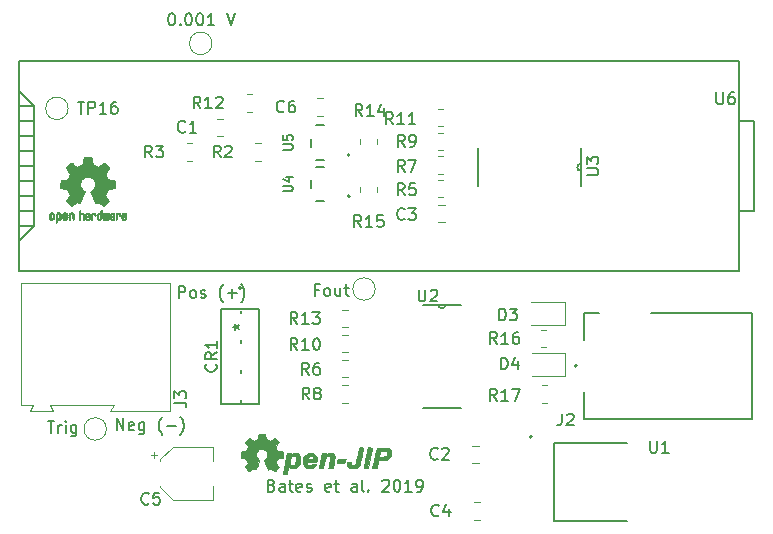
<source format=gbr>
%TF.GenerationSoftware,KiCad,Pcbnew,(5.1.8-0-10_14)*%
%TF.CreationDate,2021-03-11T12:17:02+11:00*%
%TF.ProjectId,Open-JIP(KiCad)_T3.6,4f70656e-2d4a-4495-9028-4b6943616429,rev?*%
%TF.SameCoordinates,Original*%
%TF.FileFunction,Legend,Top*%
%TF.FilePolarity,Positive*%
%FSLAX46Y46*%
G04 Gerber Fmt 4.6, Leading zero omitted, Abs format (unit mm)*
G04 Created by KiCad (PCBNEW (5.1.8-0-10_14)) date 2021-03-11 12:17:02*
%MOMM*%
%LPD*%
G01*
G04 APERTURE LIST*
%ADD10C,0.150000*%
%ADD11C,0.010000*%
%ADD12C,0.127000*%
%ADD13C,0.200000*%
%ADD14C,0.152400*%
%ADD15C,0.120000*%
G04 APERTURE END LIST*
D10*
X126514285Y-95652380D02*
X126514285Y-94652380D01*
X126895238Y-94652380D01*
X126990476Y-94700000D01*
X127038095Y-94747619D01*
X127085714Y-94842857D01*
X127085714Y-94985714D01*
X127038095Y-95080952D01*
X126990476Y-95128571D01*
X126895238Y-95176190D01*
X126514285Y-95176190D01*
X127657142Y-95652380D02*
X127561904Y-95604761D01*
X127514285Y-95557142D01*
X127466666Y-95461904D01*
X127466666Y-95176190D01*
X127514285Y-95080952D01*
X127561904Y-95033333D01*
X127657142Y-94985714D01*
X127800000Y-94985714D01*
X127895238Y-95033333D01*
X127942857Y-95080952D01*
X127990476Y-95176190D01*
X127990476Y-95461904D01*
X127942857Y-95557142D01*
X127895238Y-95604761D01*
X127800000Y-95652380D01*
X127657142Y-95652380D01*
X128371428Y-95604761D02*
X128466666Y-95652380D01*
X128657142Y-95652380D01*
X128752380Y-95604761D01*
X128800000Y-95509523D01*
X128800000Y-95461904D01*
X128752380Y-95366666D01*
X128657142Y-95319047D01*
X128514285Y-95319047D01*
X128419047Y-95271428D01*
X128371428Y-95176190D01*
X128371428Y-95128571D01*
X128419047Y-95033333D01*
X128514285Y-94985714D01*
X128657142Y-94985714D01*
X128752380Y-95033333D01*
X130276190Y-96033333D02*
X130228571Y-95985714D01*
X130133333Y-95842857D01*
X130085714Y-95747619D01*
X130038095Y-95604761D01*
X129990476Y-95366666D01*
X129990476Y-95176190D01*
X130038095Y-94938095D01*
X130085714Y-94795238D01*
X130133333Y-94700000D01*
X130228571Y-94557142D01*
X130276190Y-94509523D01*
X130657142Y-95271428D02*
X131419047Y-95271428D01*
X131038095Y-95652380D02*
X131038095Y-94890476D01*
X131800000Y-96033333D02*
X131847619Y-95985714D01*
X131942857Y-95842857D01*
X131990476Y-95747619D01*
X132038095Y-95604761D01*
X132085714Y-95366666D01*
X132085714Y-95176190D01*
X132038095Y-94938095D01*
X131990476Y-94795238D01*
X131942857Y-94700000D01*
X131847619Y-94557142D01*
X131800000Y-94509523D01*
X121266666Y-106852380D02*
X121266666Y-105852380D01*
X121838095Y-106852380D01*
X121838095Y-105852380D01*
X122695238Y-106804761D02*
X122600000Y-106852380D01*
X122409523Y-106852380D01*
X122314285Y-106804761D01*
X122266666Y-106709523D01*
X122266666Y-106328571D01*
X122314285Y-106233333D01*
X122409523Y-106185714D01*
X122600000Y-106185714D01*
X122695238Y-106233333D01*
X122742857Y-106328571D01*
X122742857Y-106423809D01*
X122266666Y-106519047D01*
X123600000Y-106185714D02*
X123600000Y-106995238D01*
X123552380Y-107090476D01*
X123504761Y-107138095D01*
X123409523Y-107185714D01*
X123266666Y-107185714D01*
X123171428Y-107138095D01*
X123600000Y-106804761D02*
X123504761Y-106852380D01*
X123314285Y-106852380D01*
X123219047Y-106804761D01*
X123171428Y-106757142D01*
X123123809Y-106661904D01*
X123123809Y-106376190D01*
X123171428Y-106280952D01*
X123219047Y-106233333D01*
X123314285Y-106185714D01*
X123504761Y-106185714D01*
X123600000Y-106233333D01*
X125123809Y-107233333D02*
X125076190Y-107185714D01*
X124980952Y-107042857D01*
X124933333Y-106947619D01*
X124885714Y-106804761D01*
X124838095Y-106566666D01*
X124838095Y-106376190D01*
X124885714Y-106138095D01*
X124933333Y-105995238D01*
X124980952Y-105900000D01*
X125076190Y-105757142D01*
X125123809Y-105709523D01*
X125504761Y-106471428D02*
X126266666Y-106471428D01*
X126647619Y-107233333D02*
X126695238Y-107185714D01*
X126790476Y-107042857D01*
X126838095Y-106947619D01*
X126885714Y-106804761D01*
X126933333Y-106566666D01*
X126933333Y-106376190D01*
X126885714Y-106138095D01*
X126838095Y-105995238D01*
X126790476Y-105900000D01*
X126695238Y-105757142D01*
X126647619Y-105709523D01*
X134385714Y-111528571D02*
X134528571Y-111576190D01*
X134576190Y-111623809D01*
X134623809Y-111719047D01*
X134623809Y-111861904D01*
X134576190Y-111957142D01*
X134528571Y-112004761D01*
X134433333Y-112052380D01*
X134052380Y-112052380D01*
X134052380Y-111052380D01*
X134385714Y-111052380D01*
X134480952Y-111100000D01*
X134528571Y-111147619D01*
X134576190Y-111242857D01*
X134576190Y-111338095D01*
X134528571Y-111433333D01*
X134480952Y-111480952D01*
X134385714Y-111528571D01*
X134052380Y-111528571D01*
X135480952Y-112052380D02*
X135480952Y-111528571D01*
X135433333Y-111433333D01*
X135338095Y-111385714D01*
X135147619Y-111385714D01*
X135052380Y-111433333D01*
X135480952Y-112004761D02*
X135385714Y-112052380D01*
X135147619Y-112052380D01*
X135052380Y-112004761D01*
X135004761Y-111909523D01*
X135004761Y-111814285D01*
X135052380Y-111719047D01*
X135147619Y-111671428D01*
X135385714Y-111671428D01*
X135480952Y-111623809D01*
X135814285Y-111385714D02*
X136195238Y-111385714D01*
X135957142Y-111052380D02*
X135957142Y-111909523D01*
X136004761Y-112004761D01*
X136100000Y-112052380D01*
X136195238Y-112052380D01*
X136909523Y-112004761D02*
X136814285Y-112052380D01*
X136623809Y-112052380D01*
X136528571Y-112004761D01*
X136480952Y-111909523D01*
X136480952Y-111528571D01*
X136528571Y-111433333D01*
X136623809Y-111385714D01*
X136814285Y-111385714D01*
X136909523Y-111433333D01*
X136957142Y-111528571D01*
X136957142Y-111623809D01*
X136480952Y-111719047D01*
X137338095Y-112004761D02*
X137433333Y-112052380D01*
X137623809Y-112052380D01*
X137719047Y-112004761D01*
X137766666Y-111909523D01*
X137766666Y-111861904D01*
X137719047Y-111766666D01*
X137623809Y-111719047D01*
X137480952Y-111719047D01*
X137385714Y-111671428D01*
X137338095Y-111576190D01*
X137338095Y-111528571D01*
X137385714Y-111433333D01*
X137480952Y-111385714D01*
X137623809Y-111385714D01*
X137719047Y-111433333D01*
X139338095Y-112004761D02*
X139242857Y-112052380D01*
X139052380Y-112052380D01*
X138957142Y-112004761D01*
X138909523Y-111909523D01*
X138909523Y-111528571D01*
X138957142Y-111433333D01*
X139052380Y-111385714D01*
X139242857Y-111385714D01*
X139338095Y-111433333D01*
X139385714Y-111528571D01*
X139385714Y-111623809D01*
X138909523Y-111719047D01*
X139671428Y-111385714D02*
X140052380Y-111385714D01*
X139814285Y-111052380D02*
X139814285Y-111909523D01*
X139861904Y-112004761D01*
X139957142Y-112052380D01*
X140052380Y-112052380D01*
X141576190Y-112052380D02*
X141576190Y-111528571D01*
X141528571Y-111433333D01*
X141433333Y-111385714D01*
X141242857Y-111385714D01*
X141147619Y-111433333D01*
X141576190Y-112004761D02*
X141480952Y-112052380D01*
X141242857Y-112052380D01*
X141147619Y-112004761D01*
X141100000Y-111909523D01*
X141100000Y-111814285D01*
X141147619Y-111719047D01*
X141242857Y-111671428D01*
X141480952Y-111671428D01*
X141576190Y-111623809D01*
X142195238Y-112052380D02*
X142100000Y-112004761D01*
X142052380Y-111909523D01*
X142052380Y-111052380D01*
X142576190Y-111957142D02*
X142623809Y-112004761D01*
X142576190Y-112052380D01*
X142528571Y-112004761D01*
X142576190Y-111957142D01*
X142576190Y-112052380D01*
X143766666Y-111147619D02*
X143814285Y-111100000D01*
X143909523Y-111052380D01*
X144147619Y-111052380D01*
X144242857Y-111100000D01*
X144290476Y-111147619D01*
X144338095Y-111242857D01*
X144338095Y-111338095D01*
X144290476Y-111480952D01*
X143719047Y-112052380D01*
X144338095Y-112052380D01*
X144957142Y-111052380D02*
X145052380Y-111052380D01*
X145147619Y-111100000D01*
X145195238Y-111147619D01*
X145242857Y-111242857D01*
X145290476Y-111433333D01*
X145290476Y-111671428D01*
X145242857Y-111861904D01*
X145195238Y-111957142D01*
X145147619Y-112004761D01*
X145052380Y-112052380D01*
X144957142Y-112052380D01*
X144861904Y-112004761D01*
X144814285Y-111957142D01*
X144766666Y-111861904D01*
X144719047Y-111671428D01*
X144719047Y-111433333D01*
X144766666Y-111242857D01*
X144814285Y-111147619D01*
X144861904Y-111100000D01*
X144957142Y-111052380D01*
X146242857Y-112052380D02*
X145671428Y-112052380D01*
X145957142Y-112052380D02*
X145957142Y-111052380D01*
X145861904Y-111195238D01*
X145766666Y-111290476D01*
X145671428Y-111338095D01*
X146719047Y-112052380D02*
X146909523Y-112052380D01*
X147004761Y-112004761D01*
X147052380Y-111957142D01*
X147147619Y-111814285D01*
X147195238Y-111623809D01*
X147195238Y-111242857D01*
X147147619Y-111147619D01*
X147100000Y-111100000D01*
X147004761Y-111052380D01*
X146814285Y-111052380D01*
X146719047Y-111100000D01*
X146671428Y-111147619D01*
X146623809Y-111242857D01*
X146623809Y-111480952D01*
X146671428Y-111576190D01*
X146719047Y-111623809D01*
X146814285Y-111671428D01*
X147004761Y-111671428D01*
X147100000Y-111623809D01*
X147147619Y-111576190D01*
X147195238Y-111480952D01*
D11*
%TO.C,REF\u002A\u002A*%
G36*
X118903910Y-83742348D02*
G01*
X118982454Y-83742778D01*
X119039298Y-83743942D01*
X119078105Y-83746207D01*
X119102538Y-83749940D01*
X119116262Y-83755506D01*
X119122940Y-83763273D01*
X119126236Y-83773605D01*
X119126556Y-83774943D01*
X119131562Y-83799079D01*
X119140829Y-83846701D01*
X119153392Y-83912741D01*
X119168287Y-83992128D01*
X119184551Y-84079796D01*
X119185119Y-84082875D01*
X119201410Y-84168789D01*
X119216652Y-84244696D01*
X119229861Y-84306045D01*
X119240054Y-84348282D01*
X119246248Y-84366855D01*
X119246543Y-84367184D01*
X119264788Y-84376253D01*
X119302405Y-84391367D01*
X119351271Y-84409262D01*
X119351543Y-84409358D01*
X119413093Y-84432493D01*
X119485657Y-84461965D01*
X119554057Y-84491597D01*
X119557294Y-84493062D01*
X119668702Y-84543626D01*
X119915399Y-84375160D01*
X119991077Y-84323803D01*
X120059631Y-84277889D01*
X120117088Y-84240030D01*
X120159476Y-84212837D01*
X120182825Y-84198921D01*
X120185042Y-84197889D01*
X120202010Y-84202484D01*
X120233701Y-84224655D01*
X120281352Y-84265447D01*
X120346198Y-84325905D01*
X120412397Y-84390227D01*
X120476214Y-84453612D01*
X120533329Y-84511451D01*
X120580305Y-84560175D01*
X120613703Y-84596210D01*
X120630085Y-84615984D01*
X120630694Y-84617002D01*
X120632505Y-84630572D01*
X120625683Y-84652733D01*
X120608540Y-84686478D01*
X120579393Y-84734800D01*
X120536555Y-84800692D01*
X120479448Y-84885517D01*
X120428766Y-84960177D01*
X120383461Y-85027140D01*
X120346150Y-85082516D01*
X120319452Y-85122420D01*
X120305985Y-85142962D01*
X120305137Y-85144356D01*
X120306781Y-85164038D01*
X120319245Y-85202293D01*
X120340048Y-85251889D01*
X120347462Y-85267728D01*
X120379814Y-85338290D01*
X120414328Y-85418353D01*
X120442365Y-85487629D01*
X120462568Y-85539045D01*
X120478615Y-85578119D01*
X120487888Y-85598541D01*
X120489041Y-85600114D01*
X120506096Y-85602721D01*
X120546298Y-85609863D01*
X120604302Y-85620523D01*
X120674763Y-85633685D01*
X120752335Y-85648333D01*
X120831672Y-85663449D01*
X120907431Y-85678018D01*
X120974264Y-85691022D01*
X121026828Y-85701445D01*
X121059776Y-85708270D01*
X121067857Y-85710199D01*
X121076205Y-85714962D01*
X121082506Y-85725718D01*
X121087045Y-85746098D01*
X121090104Y-85779734D01*
X121091967Y-85830255D01*
X121092918Y-85901292D01*
X121093240Y-85996476D01*
X121093257Y-86035492D01*
X121093257Y-86352799D01*
X121017057Y-86367839D01*
X120974663Y-86375995D01*
X120911400Y-86387899D01*
X120834962Y-86402116D01*
X120753043Y-86417210D01*
X120730400Y-86421355D01*
X120654806Y-86436053D01*
X120588953Y-86450505D01*
X120538366Y-86463375D01*
X120508574Y-86473322D01*
X120503612Y-86476287D01*
X120491426Y-86497283D01*
X120473953Y-86537967D01*
X120454577Y-86590322D01*
X120450734Y-86601600D01*
X120425339Y-86671523D01*
X120393817Y-86750418D01*
X120362969Y-86821266D01*
X120362817Y-86821595D01*
X120311447Y-86932733D01*
X120480399Y-87181253D01*
X120649352Y-87429772D01*
X120432429Y-87647058D01*
X120366819Y-87711726D01*
X120306979Y-87768733D01*
X120256267Y-87815033D01*
X120218046Y-87847584D01*
X120195675Y-87863343D01*
X120192466Y-87864343D01*
X120173626Y-87856469D01*
X120135180Y-87834578D01*
X120081330Y-87801267D01*
X120016276Y-87759131D01*
X119945940Y-87711943D01*
X119874555Y-87663810D01*
X119810908Y-87621928D01*
X119759041Y-87588871D01*
X119722995Y-87567218D01*
X119706867Y-87559543D01*
X119687189Y-87566037D01*
X119649875Y-87583150D01*
X119602621Y-87607326D01*
X119597612Y-87610013D01*
X119533977Y-87641927D01*
X119490341Y-87657579D01*
X119463202Y-87657745D01*
X119449057Y-87643204D01*
X119448975Y-87643000D01*
X119441905Y-87625779D01*
X119425042Y-87584899D01*
X119399695Y-87523525D01*
X119367171Y-87444819D01*
X119328778Y-87351947D01*
X119285822Y-87248072D01*
X119244222Y-87147502D01*
X119198504Y-87036516D01*
X119156526Y-86933703D01*
X119119548Y-86842215D01*
X119088827Y-86765201D01*
X119065622Y-86705815D01*
X119051190Y-86667209D01*
X119046743Y-86652800D01*
X119057896Y-86636272D01*
X119087069Y-86609930D01*
X119125971Y-86580887D01*
X119236757Y-86489039D01*
X119323351Y-86383759D01*
X119384716Y-86267266D01*
X119419815Y-86141776D01*
X119427608Y-86009507D01*
X119421943Y-85948457D01*
X119391078Y-85821795D01*
X119337920Y-85709941D01*
X119265767Y-85614001D01*
X119177917Y-85535076D01*
X119077665Y-85474270D01*
X118968310Y-85432687D01*
X118853147Y-85411428D01*
X118735475Y-85411599D01*
X118618590Y-85434301D01*
X118505789Y-85480638D01*
X118400369Y-85551713D01*
X118356368Y-85591911D01*
X118271979Y-85695129D01*
X118213222Y-85807925D01*
X118179704Y-85927010D01*
X118171035Y-86049095D01*
X118186823Y-86170893D01*
X118226678Y-86289116D01*
X118290207Y-86400475D01*
X118377021Y-86501684D01*
X118474029Y-86580887D01*
X118514437Y-86611162D01*
X118542982Y-86637219D01*
X118553257Y-86652825D01*
X118547877Y-86669843D01*
X118532575Y-86710500D01*
X118508612Y-86771642D01*
X118477244Y-86850119D01*
X118439732Y-86942780D01*
X118397333Y-87046472D01*
X118355663Y-87147526D01*
X118309690Y-87258607D01*
X118267107Y-87361541D01*
X118229221Y-87453165D01*
X118197340Y-87530316D01*
X118172771Y-87589831D01*
X118156820Y-87628544D01*
X118150910Y-87643000D01*
X118136948Y-87657685D01*
X118109940Y-87657642D01*
X118066413Y-87642099D01*
X118002890Y-87610284D01*
X118002388Y-87610013D01*
X117954560Y-87585323D01*
X117915897Y-87567338D01*
X117894095Y-87559614D01*
X117893133Y-87559543D01*
X117876721Y-87567378D01*
X117840487Y-87589165D01*
X117788474Y-87622328D01*
X117724725Y-87664291D01*
X117654060Y-87711943D01*
X117582116Y-87760191D01*
X117517274Y-87802151D01*
X117463735Y-87835227D01*
X117425697Y-87856821D01*
X117407533Y-87864343D01*
X117390808Y-87854457D01*
X117357180Y-87826826D01*
X117310010Y-87784495D01*
X117252658Y-87730505D01*
X117188484Y-87667899D01*
X117167497Y-87646983D01*
X116950499Y-87429623D01*
X117115668Y-87187220D01*
X117165864Y-87112781D01*
X117209919Y-87045972D01*
X117245362Y-86990665D01*
X117269719Y-86950729D01*
X117280522Y-86930036D01*
X117280838Y-86928563D01*
X117275143Y-86909058D01*
X117259826Y-86869822D01*
X117237537Y-86817430D01*
X117221893Y-86782355D01*
X117192641Y-86715201D01*
X117165094Y-86647358D01*
X117143737Y-86590034D01*
X117137935Y-86572572D01*
X117121452Y-86525938D01*
X117105340Y-86489905D01*
X117096490Y-86476287D01*
X117076960Y-86467952D01*
X117034334Y-86456137D01*
X116974145Y-86442181D01*
X116901922Y-86427422D01*
X116869600Y-86421355D01*
X116787522Y-86406273D01*
X116708795Y-86391669D01*
X116641109Y-86378980D01*
X116592160Y-86369642D01*
X116582943Y-86367839D01*
X116506743Y-86352799D01*
X116506743Y-86035492D01*
X116506914Y-85931154D01*
X116507616Y-85852213D01*
X116509134Y-85795038D01*
X116511749Y-85755999D01*
X116515746Y-85731465D01*
X116521409Y-85717805D01*
X116529020Y-85711389D01*
X116532143Y-85710199D01*
X116550978Y-85705980D01*
X116592588Y-85697562D01*
X116651630Y-85685961D01*
X116722757Y-85672195D01*
X116800625Y-85657280D01*
X116879887Y-85642232D01*
X116955198Y-85628069D01*
X117021213Y-85615806D01*
X117072587Y-85606461D01*
X117103975Y-85601050D01*
X117110959Y-85600114D01*
X117117285Y-85587596D01*
X117131290Y-85554246D01*
X117150355Y-85506377D01*
X117157634Y-85487629D01*
X117186996Y-85415195D01*
X117221571Y-85335170D01*
X117252537Y-85267728D01*
X117275323Y-85216159D01*
X117290482Y-85173785D01*
X117295542Y-85147834D01*
X117294736Y-85144356D01*
X117284041Y-85127936D01*
X117259620Y-85091417D01*
X117224095Y-85038687D01*
X117180087Y-84973635D01*
X117130217Y-84900151D01*
X117120356Y-84885645D01*
X117062492Y-84799704D01*
X117019956Y-84734261D01*
X116991054Y-84686304D01*
X116974090Y-84652820D01*
X116967367Y-84630795D01*
X116969190Y-84617217D01*
X116969236Y-84617131D01*
X116983586Y-84599297D01*
X117015323Y-84564817D01*
X117061010Y-84517268D01*
X117117204Y-84460222D01*
X117180468Y-84397255D01*
X117187602Y-84390227D01*
X117267330Y-84313020D01*
X117328857Y-84256330D01*
X117373421Y-84219110D01*
X117402257Y-84200315D01*
X117414958Y-84197889D01*
X117433494Y-84208471D01*
X117471961Y-84232916D01*
X117526386Y-84268612D01*
X117592798Y-84312947D01*
X117667225Y-84363311D01*
X117684601Y-84375160D01*
X117931297Y-84543626D01*
X118042706Y-84493062D01*
X118110457Y-84463595D01*
X118183183Y-84433959D01*
X118245703Y-84410330D01*
X118248457Y-84409358D01*
X118297360Y-84391457D01*
X118335057Y-84376320D01*
X118353425Y-84367210D01*
X118353456Y-84367184D01*
X118359285Y-84350717D01*
X118369192Y-84310219D01*
X118382195Y-84250242D01*
X118397309Y-84175340D01*
X118413552Y-84090064D01*
X118414881Y-84082875D01*
X118431175Y-83995014D01*
X118446133Y-83915260D01*
X118458791Y-83848681D01*
X118468186Y-83800347D01*
X118473354Y-83775325D01*
X118473444Y-83774943D01*
X118476589Y-83764299D01*
X118482704Y-83756262D01*
X118495453Y-83750467D01*
X118518500Y-83746547D01*
X118555509Y-83744135D01*
X118610144Y-83742865D01*
X118686067Y-83742371D01*
X118786944Y-83742286D01*
X118800000Y-83742286D01*
X118903910Y-83742348D01*
G37*
X118903910Y-83742348D02*
X118982454Y-83742778D01*
X119039298Y-83743942D01*
X119078105Y-83746207D01*
X119102538Y-83749940D01*
X119116262Y-83755506D01*
X119122940Y-83763273D01*
X119126236Y-83773605D01*
X119126556Y-83774943D01*
X119131562Y-83799079D01*
X119140829Y-83846701D01*
X119153392Y-83912741D01*
X119168287Y-83992128D01*
X119184551Y-84079796D01*
X119185119Y-84082875D01*
X119201410Y-84168789D01*
X119216652Y-84244696D01*
X119229861Y-84306045D01*
X119240054Y-84348282D01*
X119246248Y-84366855D01*
X119246543Y-84367184D01*
X119264788Y-84376253D01*
X119302405Y-84391367D01*
X119351271Y-84409262D01*
X119351543Y-84409358D01*
X119413093Y-84432493D01*
X119485657Y-84461965D01*
X119554057Y-84491597D01*
X119557294Y-84493062D01*
X119668702Y-84543626D01*
X119915399Y-84375160D01*
X119991077Y-84323803D01*
X120059631Y-84277889D01*
X120117088Y-84240030D01*
X120159476Y-84212837D01*
X120182825Y-84198921D01*
X120185042Y-84197889D01*
X120202010Y-84202484D01*
X120233701Y-84224655D01*
X120281352Y-84265447D01*
X120346198Y-84325905D01*
X120412397Y-84390227D01*
X120476214Y-84453612D01*
X120533329Y-84511451D01*
X120580305Y-84560175D01*
X120613703Y-84596210D01*
X120630085Y-84615984D01*
X120630694Y-84617002D01*
X120632505Y-84630572D01*
X120625683Y-84652733D01*
X120608540Y-84686478D01*
X120579393Y-84734800D01*
X120536555Y-84800692D01*
X120479448Y-84885517D01*
X120428766Y-84960177D01*
X120383461Y-85027140D01*
X120346150Y-85082516D01*
X120319452Y-85122420D01*
X120305985Y-85142962D01*
X120305137Y-85144356D01*
X120306781Y-85164038D01*
X120319245Y-85202293D01*
X120340048Y-85251889D01*
X120347462Y-85267728D01*
X120379814Y-85338290D01*
X120414328Y-85418353D01*
X120442365Y-85487629D01*
X120462568Y-85539045D01*
X120478615Y-85578119D01*
X120487888Y-85598541D01*
X120489041Y-85600114D01*
X120506096Y-85602721D01*
X120546298Y-85609863D01*
X120604302Y-85620523D01*
X120674763Y-85633685D01*
X120752335Y-85648333D01*
X120831672Y-85663449D01*
X120907431Y-85678018D01*
X120974264Y-85691022D01*
X121026828Y-85701445D01*
X121059776Y-85708270D01*
X121067857Y-85710199D01*
X121076205Y-85714962D01*
X121082506Y-85725718D01*
X121087045Y-85746098D01*
X121090104Y-85779734D01*
X121091967Y-85830255D01*
X121092918Y-85901292D01*
X121093240Y-85996476D01*
X121093257Y-86035492D01*
X121093257Y-86352799D01*
X121017057Y-86367839D01*
X120974663Y-86375995D01*
X120911400Y-86387899D01*
X120834962Y-86402116D01*
X120753043Y-86417210D01*
X120730400Y-86421355D01*
X120654806Y-86436053D01*
X120588953Y-86450505D01*
X120538366Y-86463375D01*
X120508574Y-86473322D01*
X120503612Y-86476287D01*
X120491426Y-86497283D01*
X120473953Y-86537967D01*
X120454577Y-86590322D01*
X120450734Y-86601600D01*
X120425339Y-86671523D01*
X120393817Y-86750418D01*
X120362969Y-86821266D01*
X120362817Y-86821595D01*
X120311447Y-86932733D01*
X120480399Y-87181253D01*
X120649352Y-87429772D01*
X120432429Y-87647058D01*
X120366819Y-87711726D01*
X120306979Y-87768733D01*
X120256267Y-87815033D01*
X120218046Y-87847584D01*
X120195675Y-87863343D01*
X120192466Y-87864343D01*
X120173626Y-87856469D01*
X120135180Y-87834578D01*
X120081330Y-87801267D01*
X120016276Y-87759131D01*
X119945940Y-87711943D01*
X119874555Y-87663810D01*
X119810908Y-87621928D01*
X119759041Y-87588871D01*
X119722995Y-87567218D01*
X119706867Y-87559543D01*
X119687189Y-87566037D01*
X119649875Y-87583150D01*
X119602621Y-87607326D01*
X119597612Y-87610013D01*
X119533977Y-87641927D01*
X119490341Y-87657579D01*
X119463202Y-87657745D01*
X119449057Y-87643204D01*
X119448975Y-87643000D01*
X119441905Y-87625779D01*
X119425042Y-87584899D01*
X119399695Y-87523525D01*
X119367171Y-87444819D01*
X119328778Y-87351947D01*
X119285822Y-87248072D01*
X119244222Y-87147502D01*
X119198504Y-87036516D01*
X119156526Y-86933703D01*
X119119548Y-86842215D01*
X119088827Y-86765201D01*
X119065622Y-86705815D01*
X119051190Y-86667209D01*
X119046743Y-86652800D01*
X119057896Y-86636272D01*
X119087069Y-86609930D01*
X119125971Y-86580887D01*
X119236757Y-86489039D01*
X119323351Y-86383759D01*
X119384716Y-86267266D01*
X119419815Y-86141776D01*
X119427608Y-86009507D01*
X119421943Y-85948457D01*
X119391078Y-85821795D01*
X119337920Y-85709941D01*
X119265767Y-85614001D01*
X119177917Y-85535076D01*
X119077665Y-85474270D01*
X118968310Y-85432687D01*
X118853147Y-85411428D01*
X118735475Y-85411599D01*
X118618590Y-85434301D01*
X118505789Y-85480638D01*
X118400369Y-85551713D01*
X118356368Y-85591911D01*
X118271979Y-85695129D01*
X118213222Y-85807925D01*
X118179704Y-85927010D01*
X118171035Y-86049095D01*
X118186823Y-86170893D01*
X118226678Y-86289116D01*
X118290207Y-86400475D01*
X118377021Y-86501684D01*
X118474029Y-86580887D01*
X118514437Y-86611162D01*
X118542982Y-86637219D01*
X118553257Y-86652825D01*
X118547877Y-86669843D01*
X118532575Y-86710500D01*
X118508612Y-86771642D01*
X118477244Y-86850119D01*
X118439732Y-86942780D01*
X118397333Y-87046472D01*
X118355663Y-87147526D01*
X118309690Y-87258607D01*
X118267107Y-87361541D01*
X118229221Y-87453165D01*
X118197340Y-87530316D01*
X118172771Y-87589831D01*
X118156820Y-87628544D01*
X118150910Y-87643000D01*
X118136948Y-87657685D01*
X118109940Y-87657642D01*
X118066413Y-87642099D01*
X118002890Y-87610284D01*
X118002388Y-87610013D01*
X117954560Y-87585323D01*
X117915897Y-87567338D01*
X117894095Y-87559614D01*
X117893133Y-87559543D01*
X117876721Y-87567378D01*
X117840487Y-87589165D01*
X117788474Y-87622328D01*
X117724725Y-87664291D01*
X117654060Y-87711943D01*
X117582116Y-87760191D01*
X117517274Y-87802151D01*
X117463735Y-87835227D01*
X117425697Y-87856821D01*
X117407533Y-87864343D01*
X117390808Y-87854457D01*
X117357180Y-87826826D01*
X117310010Y-87784495D01*
X117252658Y-87730505D01*
X117188484Y-87667899D01*
X117167497Y-87646983D01*
X116950499Y-87429623D01*
X117115668Y-87187220D01*
X117165864Y-87112781D01*
X117209919Y-87045972D01*
X117245362Y-86990665D01*
X117269719Y-86950729D01*
X117280522Y-86930036D01*
X117280838Y-86928563D01*
X117275143Y-86909058D01*
X117259826Y-86869822D01*
X117237537Y-86817430D01*
X117221893Y-86782355D01*
X117192641Y-86715201D01*
X117165094Y-86647358D01*
X117143737Y-86590034D01*
X117137935Y-86572572D01*
X117121452Y-86525938D01*
X117105340Y-86489905D01*
X117096490Y-86476287D01*
X117076960Y-86467952D01*
X117034334Y-86456137D01*
X116974145Y-86442181D01*
X116901922Y-86427422D01*
X116869600Y-86421355D01*
X116787522Y-86406273D01*
X116708795Y-86391669D01*
X116641109Y-86378980D01*
X116592160Y-86369642D01*
X116582943Y-86367839D01*
X116506743Y-86352799D01*
X116506743Y-86035492D01*
X116506914Y-85931154D01*
X116507616Y-85852213D01*
X116509134Y-85795038D01*
X116511749Y-85755999D01*
X116515746Y-85731465D01*
X116521409Y-85717805D01*
X116529020Y-85711389D01*
X116532143Y-85710199D01*
X116550978Y-85705980D01*
X116592588Y-85697562D01*
X116651630Y-85685961D01*
X116722757Y-85672195D01*
X116800625Y-85657280D01*
X116879887Y-85642232D01*
X116955198Y-85628069D01*
X117021213Y-85615806D01*
X117072587Y-85606461D01*
X117103975Y-85601050D01*
X117110959Y-85600114D01*
X117117285Y-85587596D01*
X117131290Y-85554246D01*
X117150355Y-85506377D01*
X117157634Y-85487629D01*
X117186996Y-85415195D01*
X117221571Y-85335170D01*
X117252537Y-85267728D01*
X117275323Y-85216159D01*
X117290482Y-85173785D01*
X117295542Y-85147834D01*
X117294736Y-85144356D01*
X117284041Y-85127936D01*
X117259620Y-85091417D01*
X117224095Y-85038687D01*
X117180087Y-84973635D01*
X117130217Y-84900151D01*
X117120356Y-84885645D01*
X117062492Y-84799704D01*
X117019956Y-84734261D01*
X116991054Y-84686304D01*
X116974090Y-84652820D01*
X116967367Y-84630795D01*
X116969190Y-84617217D01*
X116969236Y-84617131D01*
X116983586Y-84599297D01*
X117015323Y-84564817D01*
X117061010Y-84517268D01*
X117117204Y-84460222D01*
X117180468Y-84397255D01*
X117187602Y-84390227D01*
X117267330Y-84313020D01*
X117328857Y-84256330D01*
X117373421Y-84219110D01*
X117402257Y-84200315D01*
X117414958Y-84197889D01*
X117433494Y-84208471D01*
X117471961Y-84232916D01*
X117526386Y-84268612D01*
X117592798Y-84312947D01*
X117667225Y-84363311D01*
X117684601Y-84375160D01*
X117931297Y-84543626D01*
X118042706Y-84493062D01*
X118110457Y-84463595D01*
X118183183Y-84433959D01*
X118245703Y-84410330D01*
X118248457Y-84409358D01*
X118297360Y-84391457D01*
X118335057Y-84376320D01*
X118353425Y-84367210D01*
X118353456Y-84367184D01*
X118359285Y-84350717D01*
X118369192Y-84310219D01*
X118382195Y-84250242D01*
X118397309Y-84175340D01*
X118413552Y-84090064D01*
X118414881Y-84082875D01*
X118431175Y-83995014D01*
X118446133Y-83915260D01*
X118458791Y-83848681D01*
X118468186Y-83800347D01*
X118473354Y-83775325D01*
X118473444Y-83774943D01*
X118476589Y-83764299D01*
X118482704Y-83756262D01*
X118495453Y-83750467D01*
X118518500Y-83746547D01*
X118555509Y-83744135D01*
X118610144Y-83742865D01*
X118686067Y-83742371D01*
X118786944Y-83742286D01*
X118800000Y-83742286D01*
X118903910Y-83742348D01*
G36*
X121953595Y-88466966D02*
G01*
X122011021Y-88504497D01*
X122038719Y-88538096D01*
X122060662Y-88599064D01*
X122062405Y-88647308D01*
X122058457Y-88711816D01*
X121909686Y-88776934D01*
X121837349Y-88810202D01*
X121790084Y-88836964D01*
X121765507Y-88860144D01*
X121761237Y-88882667D01*
X121774889Y-88907455D01*
X121789943Y-88923886D01*
X121833746Y-88950235D01*
X121881389Y-88952081D01*
X121925145Y-88931546D01*
X121957289Y-88890752D01*
X121963038Y-88876347D01*
X121990576Y-88831356D01*
X122022258Y-88812182D01*
X122065714Y-88795779D01*
X122065714Y-88857966D01*
X122061872Y-88900283D01*
X122046823Y-88935969D01*
X122015280Y-88976943D01*
X122010592Y-88982267D01*
X121975506Y-89018720D01*
X121945347Y-89038283D01*
X121907615Y-89047283D01*
X121876335Y-89050230D01*
X121820385Y-89050965D01*
X121780555Y-89041660D01*
X121755708Y-89027846D01*
X121716656Y-88997467D01*
X121689625Y-88964613D01*
X121672517Y-88923294D01*
X121663238Y-88867521D01*
X121659693Y-88791305D01*
X121659410Y-88752622D01*
X121660372Y-88706247D01*
X121748007Y-88706247D01*
X121749023Y-88731126D01*
X121751556Y-88735200D01*
X121768274Y-88729665D01*
X121804249Y-88715017D01*
X121852331Y-88694190D01*
X121862386Y-88689714D01*
X121923152Y-88658814D01*
X121956632Y-88631657D01*
X121963990Y-88606220D01*
X121946391Y-88580481D01*
X121931856Y-88569109D01*
X121879410Y-88546364D01*
X121830322Y-88550122D01*
X121789227Y-88577884D01*
X121760758Y-88627152D01*
X121751631Y-88666257D01*
X121748007Y-88706247D01*
X121660372Y-88706247D01*
X121661285Y-88662249D01*
X121668196Y-88595384D01*
X121681884Y-88546695D01*
X121704096Y-88510849D01*
X121736574Y-88482513D01*
X121750733Y-88473355D01*
X121815053Y-88449507D01*
X121885473Y-88448006D01*
X121953595Y-88466966D01*
G37*
X121953595Y-88466966D02*
X122011021Y-88504497D01*
X122038719Y-88538096D01*
X122060662Y-88599064D01*
X122062405Y-88647308D01*
X122058457Y-88711816D01*
X121909686Y-88776934D01*
X121837349Y-88810202D01*
X121790084Y-88836964D01*
X121765507Y-88860144D01*
X121761237Y-88882667D01*
X121774889Y-88907455D01*
X121789943Y-88923886D01*
X121833746Y-88950235D01*
X121881389Y-88952081D01*
X121925145Y-88931546D01*
X121957289Y-88890752D01*
X121963038Y-88876347D01*
X121990576Y-88831356D01*
X122022258Y-88812182D01*
X122065714Y-88795779D01*
X122065714Y-88857966D01*
X122061872Y-88900283D01*
X122046823Y-88935969D01*
X122015280Y-88976943D01*
X122010592Y-88982267D01*
X121975506Y-89018720D01*
X121945347Y-89038283D01*
X121907615Y-89047283D01*
X121876335Y-89050230D01*
X121820385Y-89050965D01*
X121780555Y-89041660D01*
X121755708Y-89027846D01*
X121716656Y-88997467D01*
X121689625Y-88964613D01*
X121672517Y-88923294D01*
X121663238Y-88867521D01*
X121659693Y-88791305D01*
X121659410Y-88752622D01*
X121660372Y-88706247D01*
X121748007Y-88706247D01*
X121749023Y-88731126D01*
X121751556Y-88735200D01*
X121768274Y-88729665D01*
X121804249Y-88715017D01*
X121852331Y-88694190D01*
X121862386Y-88689714D01*
X121923152Y-88658814D01*
X121956632Y-88631657D01*
X121963990Y-88606220D01*
X121946391Y-88580481D01*
X121931856Y-88569109D01*
X121879410Y-88546364D01*
X121830322Y-88550122D01*
X121789227Y-88577884D01*
X121760758Y-88627152D01*
X121751631Y-88666257D01*
X121748007Y-88706247D01*
X121660372Y-88706247D01*
X121661285Y-88662249D01*
X121668196Y-88595384D01*
X121681884Y-88546695D01*
X121704096Y-88510849D01*
X121736574Y-88482513D01*
X121750733Y-88473355D01*
X121815053Y-88449507D01*
X121885473Y-88448006D01*
X121953595Y-88466966D01*
G36*
X121452600Y-88458752D02*
G01*
X121469948Y-88466334D01*
X121511356Y-88499128D01*
X121546765Y-88546547D01*
X121568664Y-88597151D01*
X121572229Y-88622098D01*
X121560279Y-88656927D01*
X121534067Y-88675357D01*
X121505964Y-88686516D01*
X121493095Y-88688572D01*
X121486829Y-88673649D01*
X121474456Y-88641175D01*
X121469028Y-88626502D01*
X121438590Y-88575744D01*
X121394520Y-88550427D01*
X121338010Y-88551206D01*
X121333825Y-88552203D01*
X121303655Y-88566507D01*
X121281476Y-88594393D01*
X121266327Y-88639287D01*
X121257250Y-88704615D01*
X121253286Y-88793804D01*
X121252914Y-88841261D01*
X121252730Y-88916071D01*
X121251522Y-88967069D01*
X121248309Y-88999471D01*
X121242109Y-89018495D01*
X121231940Y-89029356D01*
X121216819Y-89037272D01*
X121215946Y-89037670D01*
X121186828Y-89049981D01*
X121172403Y-89054514D01*
X121170186Y-89040809D01*
X121168289Y-89002925D01*
X121166847Y-88945715D01*
X121165998Y-88874027D01*
X121165829Y-88821565D01*
X121166692Y-88720047D01*
X121170070Y-88643032D01*
X121177142Y-88586023D01*
X121189088Y-88544526D01*
X121207090Y-88514043D01*
X121232327Y-88490080D01*
X121257247Y-88473355D01*
X121317171Y-88451097D01*
X121386911Y-88446076D01*
X121452600Y-88458752D01*
G37*
X121452600Y-88458752D02*
X121469948Y-88466334D01*
X121511356Y-88499128D01*
X121546765Y-88546547D01*
X121568664Y-88597151D01*
X121572229Y-88622098D01*
X121560279Y-88656927D01*
X121534067Y-88675357D01*
X121505964Y-88686516D01*
X121493095Y-88688572D01*
X121486829Y-88673649D01*
X121474456Y-88641175D01*
X121469028Y-88626502D01*
X121438590Y-88575744D01*
X121394520Y-88550427D01*
X121338010Y-88551206D01*
X121333825Y-88552203D01*
X121303655Y-88566507D01*
X121281476Y-88594393D01*
X121266327Y-88639287D01*
X121257250Y-88704615D01*
X121253286Y-88793804D01*
X121252914Y-88841261D01*
X121252730Y-88916071D01*
X121251522Y-88967069D01*
X121248309Y-88999471D01*
X121242109Y-89018495D01*
X121231940Y-89029356D01*
X121216819Y-89037272D01*
X121215946Y-89037670D01*
X121186828Y-89049981D01*
X121172403Y-89054514D01*
X121170186Y-89040809D01*
X121168289Y-89002925D01*
X121166847Y-88945715D01*
X121165998Y-88874027D01*
X121165829Y-88821565D01*
X121166692Y-88720047D01*
X121170070Y-88643032D01*
X121177142Y-88586023D01*
X121189088Y-88544526D01*
X121207090Y-88514043D01*
X121232327Y-88490080D01*
X121257247Y-88473355D01*
X121317171Y-88451097D01*
X121386911Y-88446076D01*
X121452600Y-88458752D01*
G36*
X120944876Y-88456335D02*
G01*
X120986667Y-88475344D01*
X121019469Y-88498378D01*
X121043503Y-88524133D01*
X121060097Y-88557358D01*
X121070577Y-88602800D01*
X121076271Y-88665207D01*
X121078507Y-88749327D01*
X121078743Y-88804721D01*
X121078743Y-89020826D01*
X121041774Y-89037670D01*
X121012656Y-89049981D01*
X120998231Y-89054514D01*
X120995472Y-89041025D01*
X120993282Y-89004653D01*
X120991942Y-88951542D01*
X120991657Y-88909372D01*
X120990434Y-88848447D01*
X120987136Y-88800115D01*
X120982321Y-88770518D01*
X120978496Y-88764229D01*
X120952783Y-88770652D01*
X120912418Y-88787125D01*
X120865679Y-88809458D01*
X120820845Y-88833457D01*
X120786193Y-88854930D01*
X120770002Y-88869685D01*
X120769938Y-88869845D01*
X120771330Y-88897152D01*
X120783818Y-88923219D01*
X120805743Y-88944392D01*
X120837743Y-88951474D01*
X120865092Y-88950649D01*
X120903826Y-88950042D01*
X120924158Y-88959116D01*
X120936369Y-88983092D01*
X120937909Y-88987613D01*
X120943203Y-89021806D01*
X120929047Y-89042568D01*
X120892148Y-89052462D01*
X120852289Y-89054292D01*
X120780562Y-89040727D01*
X120743432Y-89021355D01*
X120697576Y-88975845D01*
X120673256Y-88919983D01*
X120671073Y-88860957D01*
X120691629Y-88805953D01*
X120722549Y-88771486D01*
X120753420Y-88752189D01*
X120801942Y-88727759D01*
X120858485Y-88702985D01*
X120867910Y-88699199D01*
X120930019Y-88671791D01*
X120965822Y-88647634D01*
X120977337Y-88623619D01*
X120966580Y-88596635D01*
X120948114Y-88575543D01*
X120904469Y-88549572D01*
X120856446Y-88547624D01*
X120812406Y-88567637D01*
X120780709Y-88607551D01*
X120776549Y-88617848D01*
X120752327Y-88655724D01*
X120716965Y-88683842D01*
X120672343Y-88706917D01*
X120672343Y-88641485D01*
X120674969Y-88601506D01*
X120686230Y-88569997D01*
X120711199Y-88536378D01*
X120735169Y-88510484D01*
X120772441Y-88473817D01*
X120801401Y-88454121D01*
X120832505Y-88446220D01*
X120867713Y-88444914D01*
X120944876Y-88456335D01*
G37*
X120944876Y-88456335D02*
X120986667Y-88475344D01*
X121019469Y-88498378D01*
X121043503Y-88524133D01*
X121060097Y-88557358D01*
X121070577Y-88602800D01*
X121076271Y-88665207D01*
X121078507Y-88749327D01*
X121078743Y-88804721D01*
X121078743Y-89020826D01*
X121041774Y-89037670D01*
X121012656Y-89049981D01*
X120998231Y-89054514D01*
X120995472Y-89041025D01*
X120993282Y-89004653D01*
X120991942Y-88951542D01*
X120991657Y-88909372D01*
X120990434Y-88848447D01*
X120987136Y-88800115D01*
X120982321Y-88770518D01*
X120978496Y-88764229D01*
X120952783Y-88770652D01*
X120912418Y-88787125D01*
X120865679Y-88809458D01*
X120820845Y-88833457D01*
X120786193Y-88854930D01*
X120770002Y-88869685D01*
X120769938Y-88869845D01*
X120771330Y-88897152D01*
X120783818Y-88923219D01*
X120805743Y-88944392D01*
X120837743Y-88951474D01*
X120865092Y-88950649D01*
X120903826Y-88950042D01*
X120924158Y-88959116D01*
X120936369Y-88983092D01*
X120937909Y-88987613D01*
X120943203Y-89021806D01*
X120929047Y-89042568D01*
X120892148Y-89052462D01*
X120852289Y-89054292D01*
X120780562Y-89040727D01*
X120743432Y-89021355D01*
X120697576Y-88975845D01*
X120673256Y-88919983D01*
X120671073Y-88860957D01*
X120691629Y-88805953D01*
X120722549Y-88771486D01*
X120753420Y-88752189D01*
X120801942Y-88727759D01*
X120858485Y-88702985D01*
X120867910Y-88699199D01*
X120930019Y-88671791D01*
X120965822Y-88647634D01*
X120977337Y-88623619D01*
X120966580Y-88596635D01*
X120948114Y-88575543D01*
X120904469Y-88549572D01*
X120856446Y-88547624D01*
X120812406Y-88567637D01*
X120780709Y-88607551D01*
X120776549Y-88617848D01*
X120752327Y-88655724D01*
X120716965Y-88683842D01*
X120672343Y-88706917D01*
X120672343Y-88641485D01*
X120674969Y-88601506D01*
X120686230Y-88569997D01*
X120711199Y-88536378D01*
X120735169Y-88510484D01*
X120772441Y-88473817D01*
X120801401Y-88454121D01*
X120832505Y-88446220D01*
X120867713Y-88444914D01*
X120944876Y-88456335D01*
G36*
X120579833Y-88458663D02*
G01*
X120582048Y-88496850D01*
X120583784Y-88554886D01*
X120584899Y-88628180D01*
X120585257Y-88705055D01*
X120585257Y-88965196D01*
X120539326Y-89011127D01*
X120507675Y-89039429D01*
X120479890Y-89050893D01*
X120441915Y-89050168D01*
X120426840Y-89048321D01*
X120379726Y-89042948D01*
X120340756Y-89039869D01*
X120331257Y-89039585D01*
X120299233Y-89041445D01*
X120253432Y-89046114D01*
X120235674Y-89048321D01*
X120192057Y-89051735D01*
X120162745Y-89044320D01*
X120133680Y-89021427D01*
X120123188Y-89011127D01*
X120077257Y-88965196D01*
X120077257Y-88478602D01*
X120114226Y-88461758D01*
X120146059Y-88449282D01*
X120164683Y-88444914D01*
X120169458Y-88458718D01*
X120173921Y-88497286D01*
X120177775Y-88556356D01*
X120180722Y-88631663D01*
X120182143Y-88695286D01*
X120186114Y-88945657D01*
X120220759Y-88950556D01*
X120252268Y-88947131D01*
X120267708Y-88936041D01*
X120272023Y-88915308D01*
X120275708Y-88871145D01*
X120278469Y-88809146D01*
X120280012Y-88734909D01*
X120280235Y-88696706D01*
X120280457Y-88476783D01*
X120326166Y-88460849D01*
X120358518Y-88450015D01*
X120376115Y-88444962D01*
X120376623Y-88444914D01*
X120378388Y-88458648D01*
X120380329Y-88496730D01*
X120382282Y-88554482D01*
X120384084Y-88627227D01*
X120385343Y-88695286D01*
X120389314Y-88945657D01*
X120476400Y-88945657D01*
X120480396Y-88717240D01*
X120484392Y-88488822D01*
X120526847Y-88466868D01*
X120558192Y-88451793D01*
X120576744Y-88444951D01*
X120577279Y-88444914D01*
X120579833Y-88458663D01*
G37*
X120579833Y-88458663D02*
X120582048Y-88496850D01*
X120583784Y-88554886D01*
X120584899Y-88628180D01*
X120585257Y-88705055D01*
X120585257Y-88965196D01*
X120539326Y-89011127D01*
X120507675Y-89039429D01*
X120479890Y-89050893D01*
X120441915Y-89050168D01*
X120426840Y-89048321D01*
X120379726Y-89042948D01*
X120340756Y-89039869D01*
X120331257Y-89039585D01*
X120299233Y-89041445D01*
X120253432Y-89046114D01*
X120235674Y-89048321D01*
X120192057Y-89051735D01*
X120162745Y-89044320D01*
X120133680Y-89021427D01*
X120123188Y-89011127D01*
X120077257Y-88965196D01*
X120077257Y-88478602D01*
X120114226Y-88461758D01*
X120146059Y-88449282D01*
X120164683Y-88444914D01*
X120169458Y-88458718D01*
X120173921Y-88497286D01*
X120177775Y-88556356D01*
X120180722Y-88631663D01*
X120182143Y-88695286D01*
X120186114Y-88945657D01*
X120220759Y-88950556D01*
X120252268Y-88947131D01*
X120267708Y-88936041D01*
X120272023Y-88915308D01*
X120275708Y-88871145D01*
X120278469Y-88809146D01*
X120280012Y-88734909D01*
X120280235Y-88696706D01*
X120280457Y-88476783D01*
X120326166Y-88460849D01*
X120358518Y-88450015D01*
X120376115Y-88444962D01*
X120376623Y-88444914D01*
X120378388Y-88458648D01*
X120380329Y-88496730D01*
X120382282Y-88554482D01*
X120384084Y-88627227D01*
X120385343Y-88695286D01*
X120389314Y-88945657D01*
X120476400Y-88945657D01*
X120480396Y-88717240D01*
X120484392Y-88488822D01*
X120526847Y-88466868D01*
X120558192Y-88451793D01*
X120576744Y-88444951D01*
X120577279Y-88444914D01*
X120579833Y-88458663D01*
G36*
X119990117Y-88565358D02*
G01*
X119989933Y-88673837D01*
X119989219Y-88757287D01*
X119987675Y-88819704D01*
X119985001Y-88865085D01*
X119980894Y-88897429D01*
X119975055Y-88920733D01*
X119967182Y-88938995D01*
X119961221Y-88949418D01*
X119911855Y-89005945D01*
X119849264Y-89041377D01*
X119780013Y-89054090D01*
X119710668Y-89042463D01*
X119669375Y-89021568D01*
X119626025Y-88985422D01*
X119596481Y-88941276D01*
X119578655Y-88883462D01*
X119570463Y-88806313D01*
X119569302Y-88749714D01*
X119569458Y-88745647D01*
X119670857Y-88745647D01*
X119671476Y-88810550D01*
X119674314Y-88853514D01*
X119680840Y-88881622D01*
X119692523Y-88901953D01*
X119706483Y-88917288D01*
X119753365Y-88946890D01*
X119803701Y-88949419D01*
X119851276Y-88924705D01*
X119854979Y-88921356D01*
X119870783Y-88903935D01*
X119880693Y-88883209D01*
X119886058Y-88852362D01*
X119888228Y-88804577D01*
X119888571Y-88751748D01*
X119887827Y-88685381D01*
X119884748Y-88641106D01*
X119878061Y-88612009D01*
X119866496Y-88591173D01*
X119857013Y-88580107D01*
X119812960Y-88552198D01*
X119762224Y-88548843D01*
X119713796Y-88570159D01*
X119704450Y-88578073D01*
X119688540Y-88595647D01*
X119678610Y-88616587D01*
X119673278Y-88647782D01*
X119671163Y-88696122D01*
X119670857Y-88745647D01*
X119569458Y-88745647D01*
X119572810Y-88658568D01*
X119584726Y-88590086D01*
X119607135Y-88538600D01*
X119642124Y-88498443D01*
X119669375Y-88477861D01*
X119718907Y-88455625D01*
X119776316Y-88445304D01*
X119829682Y-88448067D01*
X119859543Y-88459212D01*
X119871261Y-88462383D01*
X119879037Y-88450557D01*
X119884465Y-88418866D01*
X119888571Y-88370593D01*
X119893067Y-88316829D01*
X119899313Y-88284482D01*
X119910676Y-88265985D01*
X119930528Y-88253770D01*
X119943000Y-88248362D01*
X119990171Y-88228601D01*
X119990117Y-88565358D01*
G37*
X119990117Y-88565358D02*
X119989933Y-88673837D01*
X119989219Y-88757287D01*
X119987675Y-88819704D01*
X119985001Y-88865085D01*
X119980894Y-88897429D01*
X119975055Y-88920733D01*
X119967182Y-88938995D01*
X119961221Y-88949418D01*
X119911855Y-89005945D01*
X119849264Y-89041377D01*
X119780013Y-89054090D01*
X119710668Y-89042463D01*
X119669375Y-89021568D01*
X119626025Y-88985422D01*
X119596481Y-88941276D01*
X119578655Y-88883462D01*
X119570463Y-88806313D01*
X119569302Y-88749714D01*
X119569458Y-88745647D01*
X119670857Y-88745647D01*
X119671476Y-88810550D01*
X119674314Y-88853514D01*
X119680840Y-88881622D01*
X119692523Y-88901953D01*
X119706483Y-88917288D01*
X119753365Y-88946890D01*
X119803701Y-88949419D01*
X119851276Y-88924705D01*
X119854979Y-88921356D01*
X119870783Y-88903935D01*
X119880693Y-88883209D01*
X119886058Y-88852362D01*
X119888228Y-88804577D01*
X119888571Y-88751748D01*
X119887827Y-88685381D01*
X119884748Y-88641106D01*
X119878061Y-88612009D01*
X119866496Y-88591173D01*
X119857013Y-88580107D01*
X119812960Y-88552198D01*
X119762224Y-88548843D01*
X119713796Y-88570159D01*
X119704450Y-88578073D01*
X119688540Y-88595647D01*
X119678610Y-88616587D01*
X119673278Y-88647782D01*
X119671163Y-88696122D01*
X119670857Y-88745647D01*
X119569458Y-88745647D01*
X119572810Y-88658568D01*
X119584726Y-88590086D01*
X119607135Y-88538600D01*
X119642124Y-88498443D01*
X119669375Y-88477861D01*
X119718907Y-88455625D01*
X119776316Y-88445304D01*
X119829682Y-88448067D01*
X119859543Y-88459212D01*
X119871261Y-88462383D01*
X119879037Y-88450557D01*
X119884465Y-88418866D01*
X119888571Y-88370593D01*
X119893067Y-88316829D01*
X119899313Y-88284482D01*
X119910676Y-88265985D01*
X119930528Y-88253770D01*
X119943000Y-88248362D01*
X119990171Y-88228601D01*
X119990117Y-88565358D01*
G36*
X119329926Y-88449755D02*
G01*
X119395858Y-88474084D01*
X119449273Y-88517117D01*
X119470164Y-88547409D01*
X119492939Y-88602994D01*
X119492466Y-88643186D01*
X119468562Y-88670217D01*
X119459717Y-88674813D01*
X119421530Y-88689144D01*
X119402028Y-88685472D01*
X119395422Y-88661407D01*
X119395086Y-88648114D01*
X119382992Y-88599210D01*
X119351471Y-88564999D01*
X119307659Y-88548476D01*
X119258695Y-88552634D01*
X119218894Y-88574227D01*
X119205450Y-88586544D01*
X119195921Y-88601487D01*
X119189485Y-88624075D01*
X119185317Y-88659328D01*
X119182597Y-88712266D01*
X119180502Y-88787907D01*
X119179960Y-88811857D01*
X119177981Y-88893790D01*
X119175731Y-88951455D01*
X119172357Y-88989608D01*
X119167006Y-89013004D01*
X119158824Y-89026398D01*
X119146959Y-89034545D01*
X119139362Y-89038144D01*
X119107102Y-89050452D01*
X119088111Y-89054514D01*
X119081836Y-89040948D01*
X119078006Y-88999934D01*
X119076600Y-88930999D01*
X119077598Y-88833669D01*
X119077908Y-88818657D01*
X119080101Y-88729859D01*
X119082693Y-88665019D01*
X119086382Y-88619067D01*
X119091864Y-88586935D01*
X119099835Y-88563553D01*
X119110993Y-88543852D01*
X119116830Y-88535410D01*
X119150296Y-88498057D01*
X119187727Y-88469003D01*
X119192309Y-88466467D01*
X119259426Y-88446443D01*
X119329926Y-88449755D01*
G37*
X119329926Y-88449755D02*
X119395858Y-88474084D01*
X119449273Y-88517117D01*
X119470164Y-88547409D01*
X119492939Y-88602994D01*
X119492466Y-88643186D01*
X119468562Y-88670217D01*
X119459717Y-88674813D01*
X119421530Y-88689144D01*
X119402028Y-88685472D01*
X119395422Y-88661407D01*
X119395086Y-88648114D01*
X119382992Y-88599210D01*
X119351471Y-88564999D01*
X119307659Y-88548476D01*
X119258695Y-88552634D01*
X119218894Y-88574227D01*
X119205450Y-88586544D01*
X119195921Y-88601487D01*
X119189485Y-88624075D01*
X119185317Y-88659328D01*
X119182597Y-88712266D01*
X119180502Y-88787907D01*
X119179960Y-88811857D01*
X119177981Y-88893790D01*
X119175731Y-88951455D01*
X119172357Y-88989608D01*
X119167006Y-89013004D01*
X119158824Y-89026398D01*
X119146959Y-89034545D01*
X119139362Y-89038144D01*
X119107102Y-89050452D01*
X119088111Y-89054514D01*
X119081836Y-89040948D01*
X119078006Y-88999934D01*
X119076600Y-88930999D01*
X119077598Y-88833669D01*
X119077908Y-88818657D01*
X119080101Y-88729859D01*
X119082693Y-88665019D01*
X119086382Y-88619067D01*
X119091864Y-88586935D01*
X119099835Y-88563553D01*
X119110993Y-88543852D01*
X119116830Y-88535410D01*
X119150296Y-88498057D01*
X119187727Y-88469003D01*
X119192309Y-88466467D01*
X119259426Y-88446443D01*
X119329926Y-88449755D01*
G36*
X118839744Y-88450968D02*
G01*
X118896616Y-88472087D01*
X118897267Y-88472493D01*
X118932440Y-88498380D01*
X118958407Y-88528633D01*
X118976670Y-88568058D01*
X118988732Y-88621462D01*
X118996096Y-88693651D01*
X119000264Y-88789432D01*
X119000629Y-88803078D01*
X119005876Y-89008842D01*
X118961716Y-89031678D01*
X118929763Y-89047110D01*
X118910470Y-89054423D01*
X118909578Y-89054514D01*
X118906239Y-89041022D01*
X118903587Y-89004626D01*
X118901956Y-88951452D01*
X118901600Y-88908393D01*
X118901592Y-88838641D01*
X118898403Y-88794837D01*
X118887288Y-88773944D01*
X118863501Y-88772925D01*
X118822296Y-88788741D01*
X118760086Y-88817815D01*
X118714341Y-88841963D01*
X118690813Y-88862913D01*
X118683896Y-88885747D01*
X118683886Y-88886877D01*
X118695299Y-88926212D01*
X118729092Y-88947462D01*
X118780809Y-88950539D01*
X118818061Y-88950006D01*
X118837703Y-88960735D01*
X118849952Y-88986505D01*
X118857002Y-89019337D01*
X118846842Y-89037966D01*
X118843017Y-89040632D01*
X118807001Y-89051340D01*
X118756566Y-89052856D01*
X118704626Y-89045759D01*
X118667822Y-89032788D01*
X118616938Y-88989585D01*
X118588014Y-88929446D01*
X118582286Y-88882462D01*
X118586657Y-88840082D01*
X118602475Y-88805488D01*
X118633797Y-88774763D01*
X118684678Y-88743990D01*
X118759176Y-88709252D01*
X118763714Y-88707288D01*
X118830821Y-88676287D01*
X118872232Y-88650862D01*
X118889981Y-88628014D01*
X118886107Y-88604745D01*
X118862643Y-88578056D01*
X118855627Y-88571914D01*
X118808630Y-88548100D01*
X118759933Y-88549103D01*
X118717522Y-88572451D01*
X118689384Y-88615675D01*
X118686769Y-88624160D01*
X118661308Y-88665308D01*
X118629001Y-88685128D01*
X118582286Y-88704770D01*
X118582286Y-88653950D01*
X118596496Y-88580082D01*
X118638675Y-88512327D01*
X118660624Y-88489661D01*
X118710517Y-88460569D01*
X118773967Y-88447400D01*
X118839744Y-88450968D01*
G37*
X118839744Y-88450968D02*
X118896616Y-88472087D01*
X118897267Y-88472493D01*
X118932440Y-88498380D01*
X118958407Y-88528633D01*
X118976670Y-88568058D01*
X118988732Y-88621462D01*
X118996096Y-88693651D01*
X119000264Y-88789432D01*
X119000629Y-88803078D01*
X119005876Y-89008842D01*
X118961716Y-89031678D01*
X118929763Y-89047110D01*
X118910470Y-89054423D01*
X118909578Y-89054514D01*
X118906239Y-89041022D01*
X118903587Y-89004626D01*
X118901956Y-88951452D01*
X118901600Y-88908393D01*
X118901592Y-88838641D01*
X118898403Y-88794837D01*
X118887288Y-88773944D01*
X118863501Y-88772925D01*
X118822296Y-88788741D01*
X118760086Y-88817815D01*
X118714341Y-88841963D01*
X118690813Y-88862913D01*
X118683896Y-88885747D01*
X118683886Y-88886877D01*
X118695299Y-88926212D01*
X118729092Y-88947462D01*
X118780809Y-88950539D01*
X118818061Y-88950006D01*
X118837703Y-88960735D01*
X118849952Y-88986505D01*
X118857002Y-89019337D01*
X118846842Y-89037966D01*
X118843017Y-89040632D01*
X118807001Y-89051340D01*
X118756566Y-89052856D01*
X118704626Y-89045759D01*
X118667822Y-89032788D01*
X118616938Y-88989585D01*
X118588014Y-88929446D01*
X118582286Y-88882462D01*
X118586657Y-88840082D01*
X118602475Y-88805488D01*
X118633797Y-88774763D01*
X118684678Y-88743990D01*
X118759176Y-88709252D01*
X118763714Y-88707288D01*
X118830821Y-88676287D01*
X118872232Y-88650862D01*
X118889981Y-88628014D01*
X118886107Y-88604745D01*
X118862643Y-88578056D01*
X118855627Y-88571914D01*
X118808630Y-88548100D01*
X118759933Y-88549103D01*
X118717522Y-88572451D01*
X118689384Y-88615675D01*
X118686769Y-88624160D01*
X118661308Y-88665308D01*
X118629001Y-88685128D01*
X118582286Y-88704770D01*
X118582286Y-88653950D01*
X118596496Y-88580082D01*
X118638675Y-88512327D01*
X118660624Y-88489661D01*
X118710517Y-88460569D01*
X118773967Y-88447400D01*
X118839744Y-88450968D01*
G36*
X118175886Y-88351289D02*
G01*
X118180139Y-88410613D01*
X118185025Y-88445572D01*
X118191795Y-88460820D01*
X118201702Y-88461015D01*
X118204914Y-88459195D01*
X118247644Y-88446015D01*
X118303227Y-88446785D01*
X118359737Y-88460333D01*
X118395082Y-88477861D01*
X118431321Y-88505861D01*
X118457813Y-88537549D01*
X118475999Y-88577813D01*
X118487322Y-88631543D01*
X118493222Y-88703626D01*
X118495143Y-88798951D01*
X118495177Y-88817237D01*
X118495200Y-89022646D01*
X118449491Y-89038580D01*
X118417027Y-89049420D01*
X118399215Y-89054468D01*
X118398691Y-89054514D01*
X118396937Y-89040828D01*
X118395444Y-89003076D01*
X118394326Y-88946224D01*
X118393697Y-88875234D01*
X118393600Y-88832073D01*
X118393398Y-88746973D01*
X118392358Y-88685981D01*
X118389831Y-88644177D01*
X118385164Y-88616642D01*
X118377707Y-88598456D01*
X118366811Y-88584698D01*
X118360007Y-88578073D01*
X118313272Y-88551375D01*
X118262272Y-88549375D01*
X118216001Y-88571955D01*
X118207444Y-88580107D01*
X118194893Y-88595436D01*
X118186188Y-88613618D01*
X118180631Y-88639909D01*
X118177526Y-88679562D01*
X118176176Y-88737832D01*
X118175886Y-88818173D01*
X118175886Y-89022646D01*
X118130177Y-89038580D01*
X118097713Y-89049420D01*
X118079901Y-89054468D01*
X118079377Y-89054514D01*
X118078037Y-89040623D01*
X118076828Y-89001439D01*
X118075801Y-88940700D01*
X118075002Y-88862141D01*
X118074481Y-88769498D01*
X118074286Y-88666509D01*
X118074286Y-88269342D01*
X118121457Y-88249444D01*
X118168629Y-88229547D01*
X118175886Y-88351289D01*
G37*
X118175886Y-88351289D02*
X118180139Y-88410613D01*
X118185025Y-88445572D01*
X118191795Y-88460820D01*
X118201702Y-88461015D01*
X118204914Y-88459195D01*
X118247644Y-88446015D01*
X118303227Y-88446785D01*
X118359737Y-88460333D01*
X118395082Y-88477861D01*
X118431321Y-88505861D01*
X118457813Y-88537549D01*
X118475999Y-88577813D01*
X118487322Y-88631543D01*
X118493222Y-88703626D01*
X118495143Y-88798951D01*
X118495177Y-88817237D01*
X118495200Y-89022646D01*
X118449491Y-89038580D01*
X118417027Y-89049420D01*
X118399215Y-89054468D01*
X118398691Y-89054514D01*
X118396937Y-89040828D01*
X118395444Y-89003076D01*
X118394326Y-88946224D01*
X118393697Y-88875234D01*
X118393600Y-88832073D01*
X118393398Y-88746973D01*
X118392358Y-88685981D01*
X118389831Y-88644177D01*
X118385164Y-88616642D01*
X118377707Y-88598456D01*
X118366811Y-88584698D01*
X118360007Y-88578073D01*
X118313272Y-88551375D01*
X118262272Y-88549375D01*
X118216001Y-88571955D01*
X118207444Y-88580107D01*
X118194893Y-88595436D01*
X118186188Y-88613618D01*
X118180631Y-88639909D01*
X118177526Y-88679562D01*
X118176176Y-88737832D01*
X118175886Y-88818173D01*
X118175886Y-89022646D01*
X118130177Y-89038580D01*
X118097713Y-89049420D01*
X118079901Y-89054468D01*
X118079377Y-89054514D01*
X118078037Y-89040623D01*
X118076828Y-89001439D01*
X118075801Y-88940700D01*
X118075002Y-88862141D01*
X118074481Y-88769498D01*
X118074286Y-88666509D01*
X118074286Y-88269342D01*
X118121457Y-88249444D01*
X118168629Y-88229547D01*
X118175886Y-88351289D01*
G36*
X116968303Y-88431239D02*
G01*
X117025527Y-88469735D01*
X117069749Y-88525335D01*
X117096167Y-88596086D01*
X117101510Y-88648162D01*
X117100903Y-88669893D01*
X117095822Y-88686531D01*
X117081855Y-88701437D01*
X117054589Y-88717973D01*
X117009612Y-88739498D01*
X116942511Y-88769374D01*
X116942171Y-88769524D01*
X116880407Y-88797813D01*
X116829759Y-88822933D01*
X116795404Y-88842179D01*
X116782518Y-88852848D01*
X116782514Y-88852934D01*
X116793872Y-88876166D01*
X116820431Y-88901774D01*
X116850923Y-88920221D01*
X116866370Y-88923886D01*
X116908515Y-88911212D01*
X116944808Y-88879471D01*
X116962517Y-88844572D01*
X116979552Y-88818845D01*
X117012922Y-88789546D01*
X117052149Y-88764235D01*
X117086756Y-88750471D01*
X117093993Y-88749714D01*
X117102139Y-88762160D01*
X117102630Y-88793972D01*
X117096643Y-88836866D01*
X117085357Y-88882558D01*
X117069950Y-88922761D01*
X117069171Y-88924322D01*
X117022804Y-88989062D01*
X116962711Y-89033097D01*
X116894465Y-89054711D01*
X116823638Y-89052185D01*
X116755804Y-89023804D01*
X116752788Y-89021808D01*
X116699427Y-88973448D01*
X116664340Y-88910352D01*
X116644922Y-88827387D01*
X116642316Y-88804078D01*
X116637701Y-88694055D01*
X116643233Y-88642748D01*
X116782514Y-88642748D01*
X116784324Y-88674753D01*
X116794222Y-88684093D01*
X116818898Y-88677105D01*
X116857795Y-88660587D01*
X116901275Y-88639881D01*
X116902356Y-88639333D01*
X116939209Y-88619949D01*
X116954000Y-88607013D01*
X116950353Y-88593451D01*
X116934995Y-88575632D01*
X116895923Y-88549845D01*
X116853846Y-88547950D01*
X116816103Y-88566717D01*
X116790034Y-88602915D01*
X116782514Y-88642748D01*
X116643233Y-88642748D01*
X116647194Y-88606027D01*
X116671550Y-88536212D01*
X116705456Y-88487302D01*
X116766653Y-88437878D01*
X116834063Y-88413359D01*
X116902880Y-88411797D01*
X116968303Y-88431239D01*
G37*
X116968303Y-88431239D02*
X117025527Y-88469735D01*
X117069749Y-88525335D01*
X117096167Y-88596086D01*
X117101510Y-88648162D01*
X117100903Y-88669893D01*
X117095822Y-88686531D01*
X117081855Y-88701437D01*
X117054589Y-88717973D01*
X117009612Y-88739498D01*
X116942511Y-88769374D01*
X116942171Y-88769524D01*
X116880407Y-88797813D01*
X116829759Y-88822933D01*
X116795404Y-88842179D01*
X116782518Y-88852848D01*
X116782514Y-88852934D01*
X116793872Y-88876166D01*
X116820431Y-88901774D01*
X116850923Y-88920221D01*
X116866370Y-88923886D01*
X116908515Y-88911212D01*
X116944808Y-88879471D01*
X116962517Y-88844572D01*
X116979552Y-88818845D01*
X117012922Y-88789546D01*
X117052149Y-88764235D01*
X117086756Y-88750471D01*
X117093993Y-88749714D01*
X117102139Y-88762160D01*
X117102630Y-88793972D01*
X117096643Y-88836866D01*
X117085357Y-88882558D01*
X117069950Y-88922761D01*
X117069171Y-88924322D01*
X117022804Y-88989062D01*
X116962711Y-89033097D01*
X116894465Y-89054711D01*
X116823638Y-89052185D01*
X116755804Y-89023804D01*
X116752788Y-89021808D01*
X116699427Y-88973448D01*
X116664340Y-88910352D01*
X116644922Y-88827387D01*
X116642316Y-88804078D01*
X116637701Y-88694055D01*
X116643233Y-88642748D01*
X116782514Y-88642748D01*
X116784324Y-88674753D01*
X116794222Y-88684093D01*
X116818898Y-88677105D01*
X116857795Y-88660587D01*
X116901275Y-88639881D01*
X116902356Y-88639333D01*
X116939209Y-88619949D01*
X116954000Y-88607013D01*
X116950353Y-88593451D01*
X116934995Y-88575632D01*
X116895923Y-88549845D01*
X116853846Y-88547950D01*
X116816103Y-88566717D01*
X116790034Y-88602915D01*
X116782514Y-88642748D01*
X116643233Y-88642748D01*
X116647194Y-88606027D01*
X116671550Y-88536212D01*
X116705456Y-88487302D01*
X116766653Y-88437878D01*
X116834063Y-88413359D01*
X116902880Y-88411797D01*
X116968303Y-88431239D01*
G36*
X115841115Y-88421962D02*
G01*
X115909145Y-88457733D01*
X115959351Y-88515301D01*
X115977185Y-88552312D01*
X115991063Y-88607882D01*
X115998167Y-88678096D01*
X115998840Y-88754727D01*
X115993427Y-88829552D01*
X115982270Y-88894342D01*
X115965714Y-88940873D01*
X115960626Y-88948887D01*
X115900355Y-89008707D01*
X115828769Y-89044535D01*
X115751092Y-89055020D01*
X115672548Y-89038810D01*
X115650689Y-89029092D01*
X115608122Y-88999143D01*
X115570763Y-88959433D01*
X115567232Y-88954397D01*
X115552881Y-88930124D01*
X115543394Y-88904178D01*
X115537790Y-88870022D01*
X115535086Y-88821119D01*
X115534299Y-88750935D01*
X115534286Y-88735200D01*
X115534322Y-88730192D01*
X115679429Y-88730192D01*
X115680273Y-88796430D01*
X115683596Y-88840386D01*
X115690583Y-88868779D01*
X115702416Y-88888325D01*
X115708457Y-88894857D01*
X115743186Y-88919680D01*
X115776903Y-88918548D01*
X115810995Y-88897016D01*
X115831329Y-88874029D01*
X115843371Y-88840478D01*
X115850134Y-88787569D01*
X115850598Y-88781399D01*
X115851752Y-88685513D01*
X115839688Y-88614299D01*
X115814570Y-88568194D01*
X115776560Y-88547635D01*
X115762992Y-88546514D01*
X115727364Y-88552152D01*
X115702994Y-88571686D01*
X115688093Y-88609042D01*
X115680875Y-88668150D01*
X115679429Y-88730192D01*
X115534322Y-88730192D01*
X115534826Y-88660413D01*
X115537096Y-88608159D01*
X115542068Y-88571949D01*
X115550713Y-88545299D01*
X115564005Y-88521722D01*
X115566943Y-88517338D01*
X115616313Y-88458249D01*
X115670109Y-88423947D01*
X115735602Y-88410331D01*
X115757842Y-88409665D01*
X115841115Y-88421962D01*
G37*
X115841115Y-88421962D02*
X115909145Y-88457733D01*
X115959351Y-88515301D01*
X115977185Y-88552312D01*
X115991063Y-88607882D01*
X115998167Y-88678096D01*
X115998840Y-88754727D01*
X115993427Y-88829552D01*
X115982270Y-88894342D01*
X115965714Y-88940873D01*
X115960626Y-88948887D01*
X115900355Y-89008707D01*
X115828769Y-89044535D01*
X115751092Y-89055020D01*
X115672548Y-89038810D01*
X115650689Y-89029092D01*
X115608122Y-88999143D01*
X115570763Y-88959433D01*
X115567232Y-88954397D01*
X115552881Y-88930124D01*
X115543394Y-88904178D01*
X115537790Y-88870022D01*
X115535086Y-88821119D01*
X115534299Y-88750935D01*
X115534286Y-88735200D01*
X115534322Y-88730192D01*
X115679429Y-88730192D01*
X115680273Y-88796430D01*
X115683596Y-88840386D01*
X115690583Y-88868779D01*
X115702416Y-88888325D01*
X115708457Y-88894857D01*
X115743186Y-88919680D01*
X115776903Y-88918548D01*
X115810995Y-88897016D01*
X115831329Y-88874029D01*
X115843371Y-88840478D01*
X115850134Y-88787569D01*
X115850598Y-88781399D01*
X115851752Y-88685513D01*
X115839688Y-88614299D01*
X115814570Y-88568194D01*
X115776560Y-88547635D01*
X115762992Y-88546514D01*
X115727364Y-88552152D01*
X115702994Y-88571686D01*
X115688093Y-88609042D01*
X115680875Y-88668150D01*
X115679429Y-88730192D01*
X115534322Y-88730192D01*
X115534826Y-88660413D01*
X115537096Y-88608159D01*
X115542068Y-88571949D01*
X115550713Y-88545299D01*
X115564005Y-88521722D01*
X115566943Y-88517338D01*
X115616313Y-88458249D01*
X115670109Y-88423947D01*
X115735602Y-88410331D01*
X115757842Y-88409665D01*
X115841115Y-88421962D01*
G36*
X117516093Y-88427780D02*
G01*
X117562672Y-88454723D01*
X117595057Y-88481466D01*
X117618742Y-88509484D01*
X117635059Y-88543748D01*
X117645339Y-88589227D01*
X117650914Y-88650892D01*
X117653116Y-88733711D01*
X117653371Y-88793246D01*
X117653371Y-89012391D01*
X117591686Y-89040044D01*
X117530000Y-89067697D01*
X117522743Y-88827670D01*
X117519744Y-88738028D01*
X117516598Y-88672962D01*
X117512701Y-88628026D01*
X117507447Y-88598770D01*
X117500231Y-88580748D01*
X117490450Y-88569511D01*
X117487312Y-88567079D01*
X117439761Y-88548083D01*
X117391697Y-88555600D01*
X117363086Y-88575543D01*
X117351447Y-88589675D01*
X117343391Y-88608220D01*
X117338271Y-88636334D01*
X117335441Y-88679173D01*
X117334256Y-88741895D01*
X117334057Y-88807261D01*
X117334018Y-88889268D01*
X117332614Y-88947316D01*
X117327914Y-88986465D01*
X117317987Y-89011780D01*
X117300903Y-89028323D01*
X117274732Y-89041156D01*
X117239775Y-89054491D01*
X117201596Y-89069007D01*
X117206141Y-88811389D01*
X117207971Y-88718519D01*
X117210112Y-88649889D01*
X117213181Y-88600711D01*
X117217794Y-88566198D01*
X117224568Y-88541562D01*
X117234119Y-88522016D01*
X117245634Y-88504770D01*
X117301190Y-88449680D01*
X117368980Y-88417822D01*
X117442713Y-88410191D01*
X117516093Y-88427780D01*
G37*
X117516093Y-88427780D02*
X117562672Y-88454723D01*
X117595057Y-88481466D01*
X117618742Y-88509484D01*
X117635059Y-88543748D01*
X117645339Y-88589227D01*
X117650914Y-88650892D01*
X117653116Y-88733711D01*
X117653371Y-88793246D01*
X117653371Y-89012391D01*
X117591686Y-89040044D01*
X117530000Y-89067697D01*
X117522743Y-88827670D01*
X117519744Y-88738028D01*
X117516598Y-88672962D01*
X117512701Y-88628026D01*
X117507447Y-88598770D01*
X117500231Y-88580748D01*
X117490450Y-88569511D01*
X117487312Y-88567079D01*
X117439761Y-88548083D01*
X117391697Y-88555600D01*
X117363086Y-88575543D01*
X117351447Y-88589675D01*
X117343391Y-88608220D01*
X117338271Y-88636334D01*
X117335441Y-88679173D01*
X117334256Y-88741895D01*
X117334057Y-88807261D01*
X117334018Y-88889268D01*
X117332614Y-88947316D01*
X117327914Y-88986465D01*
X117317987Y-89011780D01*
X117300903Y-89028323D01*
X117274732Y-89041156D01*
X117239775Y-89054491D01*
X117201596Y-89069007D01*
X117206141Y-88811389D01*
X117207971Y-88718519D01*
X117210112Y-88649889D01*
X117213181Y-88600711D01*
X117217794Y-88566198D01*
X117224568Y-88541562D01*
X117234119Y-88522016D01*
X117245634Y-88504770D01*
X117301190Y-88449680D01*
X117368980Y-88417822D01*
X117442713Y-88410191D01*
X117516093Y-88427780D01*
G36*
X116399744Y-88419918D02*
G01*
X116455201Y-88447568D01*
X116504148Y-88498480D01*
X116517629Y-88517338D01*
X116532314Y-88542015D01*
X116541842Y-88568816D01*
X116547293Y-88604587D01*
X116549747Y-88656169D01*
X116550286Y-88724267D01*
X116547852Y-88817588D01*
X116539394Y-88887657D01*
X116523174Y-88939931D01*
X116497454Y-88979869D01*
X116460497Y-89012929D01*
X116457782Y-89014886D01*
X116421360Y-89034908D01*
X116377502Y-89044815D01*
X116321724Y-89047257D01*
X116231048Y-89047257D01*
X116231010Y-89135283D01*
X116230166Y-89184308D01*
X116225024Y-89213065D01*
X116211587Y-89230311D01*
X116185858Y-89244808D01*
X116179679Y-89247769D01*
X116150764Y-89261648D01*
X116128376Y-89270414D01*
X116111729Y-89271171D01*
X116100036Y-89261023D01*
X116092510Y-89237073D01*
X116088366Y-89196426D01*
X116086815Y-89136186D01*
X116087071Y-89053455D01*
X116088349Y-88945339D01*
X116088748Y-88913000D01*
X116090185Y-88801524D01*
X116091472Y-88728603D01*
X116230971Y-88728603D01*
X116231755Y-88790499D01*
X116235240Y-88830997D01*
X116243124Y-88857708D01*
X116257105Y-88878244D01*
X116266597Y-88888260D01*
X116305404Y-88917567D01*
X116339763Y-88919952D01*
X116375216Y-88895750D01*
X116376114Y-88894857D01*
X116390539Y-88876153D01*
X116399313Y-88850732D01*
X116403739Y-88811584D01*
X116405118Y-88751697D01*
X116405143Y-88738430D01*
X116401812Y-88655901D01*
X116390969Y-88598691D01*
X116371340Y-88563766D01*
X116341650Y-88548094D01*
X116324491Y-88546514D01*
X116283766Y-88553926D01*
X116255832Y-88578330D01*
X116239017Y-88622980D01*
X116231650Y-88691130D01*
X116230971Y-88728603D01*
X116091472Y-88728603D01*
X116091708Y-88715245D01*
X116093677Y-88650333D01*
X116096450Y-88602958D01*
X116100388Y-88569290D01*
X116105849Y-88545498D01*
X116113192Y-88527753D01*
X116122777Y-88512224D01*
X116126887Y-88506381D01*
X116181405Y-88451185D01*
X116250336Y-88419890D01*
X116330072Y-88411165D01*
X116399744Y-88419918D01*
G37*
X116399744Y-88419918D02*
X116455201Y-88447568D01*
X116504148Y-88498480D01*
X116517629Y-88517338D01*
X116532314Y-88542015D01*
X116541842Y-88568816D01*
X116547293Y-88604587D01*
X116549747Y-88656169D01*
X116550286Y-88724267D01*
X116547852Y-88817588D01*
X116539394Y-88887657D01*
X116523174Y-88939931D01*
X116497454Y-88979869D01*
X116460497Y-89012929D01*
X116457782Y-89014886D01*
X116421360Y-89034908D01*
X116377502Y-89044815D01*
X116321724Y-89047257D01*
X116231048Y-89047257D01*
X116231010Y-89135283D01*
X116230166Y-89184308D01*
X116225024Y-89213065D01*
X116211587Y-89230311D01*
X116185858Y-89244808D01*
X116179679Y-89247769D01*
X116150764Y-89261648D01*
X116128376Y-89270414D01*
X116111729Y-89271171D01*
X116100036Y-89261023D01*
X116092510Y-89237073D01*
X116088366Y-89196426D01*
X116086815Y-89136186D01*
X116087071Y-89053455D01*
X116088349Y-88945339D01*
X116088748Y-88913000D01*
X116090185Y-88801524D01*
X116091472Y-88728603D01*
X116230971Y-88728603D01*
X116231755Y-88790499D01*
X116235240Y-88830997D01*
X116243124Y-88857708D01*
X116257105Y-88878244D01*
X116266597Y-88888260D01*
X116305404Y-88917567D01*
X116339763Y-88919952D01*
X116375216Y-88895750D01*
X116376114Y-88894857D01*
X116390539Y-88876153D01*
X116399313Y-88850732D01*
X116403739Y-88811584D01*
X116405118Y-88751697D01*
X116405143Y-88738430D01*
X116401812Y-88655901D01*
X116390969Y-88598691D01*
X116371340Y-88563766D01*
X116341650Y-88548094D01*
X116324491Y-88546514D01*
X116283766Y-88553926D01*
X116255832Y-88578330D01*
X116239017Y-88622980D01*
X116231650Y-88691130D01*
X116230971Y-88728603D01*
X116091472Y-88728603D01*
X116091708Y-88715245D01*
X116093677Y-88650333D01*
X116096450Y-88602958D01*
X116100388Y-88569290D01*
X116105849Y-88545498D01*
X116113192Y-88527753D01*
X116122777Y-88512224D01*
X116126887Y-88506381D01*
X116181405Y-88451185D01*
X116250336Y-88419890D01*
X116330072Y-88411165D01*
X116399744Y-88419918D01*
D10*
%TO.C,U6*%
X173980000Y-75610000D02*
X173980000Y-93390000D01*
X113020000Y-93390000D02*
X113020000Y-75610000D01*
X175250000Y-88310000D02*
X173980000Y-88310000D01*
X175250000Y-80690000D02*
X175250000Y-88310000D01*
X173980000Y-80690000D02*
X175250000Y-80690000D01*
X173980000Y-75610000D02*
X113020000Y-75610000D01*
X113020000Y-93390000D02*
X173980000Y-93390000D01*
X114290000Y-89580000D02*
X113020000Y-90850000D01*
X114290000Y-79420000D02*
X114290000Y-89580000D01*
X113020000Y-78150000D02*
X114290000Y-79420000D01*
X114290000Y-89580000D02*
X113020000Y-89580000D01*
X114290000Y-88310000D02*
X113020000Y-88310000D01*
X114290000Y-87040000D02*
X113020000Y-87040000D01*
X114290000Y-85770000D02*
X113020000Y-85770000D01*
X114290000Y-84500000D02*
X113020000Y-84500000D01*
X114290000Y-83230000D02*
X113020000Y-83230000D01*
X114290000Y-81960000D02*
X113020000Y-81960000D01*
X114290000Y-80690000D02*
X113020000Y-80690000D01*
X114290000Y-79420000D02*
X113020000Y-79420000D01*
D12*
%TO.C,U5*%
X138170000Y-81050000D02*
X138830000Y-81050000D01*
X137700000Y-82835000D02*
X137700000Y-82165000D01*
X138830000Y-83950000D02*
X138170000Y-83950000D01*
D13*
X141010000Y-83550000D02*
G75*
G03*
X141010000Y-83550000I-100000J0D01*
G01*
D12*
%TO.C,U4*%
X138170000Y-84550000D02*
X138830000Y-84550000D01*
X137700000Y-86335000D02*
X137700000Y-85665000D01*
X138830000Y-87450000D02*
X138170000Y-87450000D01*
D13*
X141010000Y-87050000D02*
G75*
G03*
X141010000Y-87050000I-100000J0D01*
G01*
D12*
%TO.C,U1*%
X158300000Y-114500000D02*
X164500000Y-114500000D01*
X158300000Y-107900000D02*
X158300000Y-114500000D01*
X164500000Y-107900000D02*
X158300000Y-107900000D01*
X156430000Y-107414000D02*
G75*
G03*
X156430000Y-107414000I-100000J0D01*
G01*
D14*
%TO.C,U3*%
X160568800Y-84295200D02*
X160568800Y-82999800D01*
X160568800Y-84904800D02*
X160568800Y-84295200D01*
X160568800Y-86200200D02*
X160568800Y-84904800D01*
X151831200Y-82999800D02*
X151831200Y-86200200D01*
X160568800Y-84904800D02*
G75*
G02*
X160568800Y-84295200I0J304800D01*
G01*
%TO.C,U2*%
X148495200Y-96231200D02*
X147199800Y-96231200D01*
X149104800Y-96231200D02*
X148495200Y-96231200D01*
X150400200Y-96231200D02*
X149104800Y-96231200D01*
X147199800Y-104968800D02*
X150400200Y-104968800D01*
X149104800Y-96231200D02*
G75*
G02*
X148495200Y-96231200I-304800J0D01*
G01*
D15*
%TO.C,Fout*%
X143150000Y-94900000D02*
G75*
G03*
X143150000Y-94900000I-950000J0D01*
G01*
%TO.C,Trig*%
X120400000Y-106750000D02*
G75*
G03*
X120400000Y-106750000I-950000J0D01*
G01*
%TO.C,TP16*%
X117150000Y-79600000D02*
G75*
G03*
X117150000Y-79600000I-950000J0D01*
G01*
%TO.C,0.001 V*%
X129325000Y-74100000D02*
G75*
G03*
X129325000Y-74100000I-950000J0D01*
G01*
%TO.C,R14*%
X143335000Y-82627064D02*
X143335000Y-82172936D01*
X141865000Y-82627064D02*
X141865000Y-82172936D01*
%TO.C,R12*%
X132272936Y-79885000D02*
X132727064Y-79885000D01*
X132272936Y-78415000D02*
X132727064Y-78415000D01*
%TO.C,R17*%
X157727064Y-103065000D02*
X157272936Y-103065000D01*
X157727064Y-104535000D02*
X157272936Y-104535000D01*
%TO.C,R16*%
X157627064Y-98365000D02*
X157172936Y-98365000D01*
X157627064Y-99835000D02*
X157172936Y-99835000D01*
%TO.C,R13*%
X140372936Y-98135000D02*
X140827064Y-98135000D01*
X140372936Y-96665000D02*
X140827064Y-96665000D01*
%TO.C,R11*%
X148472936Y-81135000D02*
X148927064Y-81135000D01*
X148472936Y-79665000D02*
X148927064Y-79665000D01*
%TO.C,R10*%
X140372936Y-100235000D02*
X140827064Y-100235000D01*
X140372936Y-98765000D02*
X140827064Y-98765000D01*
%TO.C,R9*%
X148472936Y-83135000D02*
X148927064Y-83135000D01*
X148472936Y-81665000D02*
X148927064Y-81665000D01*
%TO.C,R15*%
X143335000Y-86727064D02*
X143335000Y-86272936D01*
X141865000Y-86727064D02*
X141865000Y-86272936D01*
%TO.C,R8*%
X140372936Y-104535000D02*
X140827064Y-104535000D01*
X140372936Y-103065000D02*
X140827064Y-103065000D01*
%TO.C,R7*%
X148472936Y-85135000D02*
X148927064Y-85135000D01*
X148472936Y-83665000D02*
X148927064Y-83665000D01*
%TO.C,R6*%
X140372936Y-102385000D02*
X140827064Y-102385000D01*
X140372936Y-100915000D02*
X140827064Y-100915000D01*
%TO.C,R5*%
X148472936Y-87135000D02*
X148927064Y-87135000D01*
X148472936Y-85665000D02*
X148927064Y-85665000D01*
%TO.C,R3*%
X127197936Y-84035000D02*
X127652064Y-84035000D01*
X127197936Y-82565000D02*
X127652064Y-82565000D01*
%TO.C,R2*%
X132997936Y-84035000D02*
X133452064Y-84035000D01*
X132997936Y-82565000D02*
X133452064Y-82565000D01*
%TO.C,J3*%
X125800000Y-105200000D02*
X125800000Y-94350000D01*
X120700000Y-105200000D02*
X125800000Y-105200000D01*
X121000000Y-104700000D02*
X120700000Y-105200000D01*
X115600000Y-104700000D02*
X121000000Y-104700000D01*
X115850000Y-105200000D02*
X115600000Y-104700000D01*
X115800000Y-105200000D02*
X115850000Y-105200000D01*
X113900000Y-105200000D02*
X115800000Y-105200000D01*
X114150000Y-104700000D02*
X113900000Y-105200000D01*
X113200000Y-104700000D02*
X114150000Y-104700000D01*
X113200000Y-94350000D02*
X113200000Y-104700000D01*
X125800000Y-94350000D02*
X113200000Y-94350000D01*
D13*
%TO.C,J2*%
X160250000Y-101400000D02*
G75*
G03*
X160250000Y-101400000I-100000J0D01*
G01*
D12*
X160850000Y-96900000D02*
X162080000Y-96900000D01*
X160850000Y-99180000D02*
X160850000Y-96900000D01*
X175040000Y-96900000D02*
X166520000Y-96900000D01*
X175040000Y-105900000D02*
X175040000Y-96900000D01*
X160850000Y-105900000D02*
X175040000Y-105900000D01*
X160850000Y-103620000D02*
X160850000Y-105900000D01*
D15*
%TO.C,D4*%
X159260000Y-100340000D02*
X156400000Y-100340000D01*
X159260000Y-102260000D02*
X159260000Y-100340000D01*
X156400000Y-102260000D02*
X159260000Y-102260000D01*
%TO.C,D3*%
X159235000Y-96040000D02*
X156375000Y-96040000D01*
X159235000Y-97960000D02*
X159235000Y-96040000D01*
X156375000Y-97960000D02*
X159235000Y-97960000D01*
D14*
%TO.C,CR1*%
X131827000Y-94836100D02*
G75*
G03*
X131827000Y-94836100I-127000J0D01*
G01*
X131750800Y-104337125D02*
X131750800Y-104538900D01*
X131750800Y-101797125D02*
X131750800Y-102022875D01*
X131750800Y-99258240D02*
X131750800Y-99482875D01*
X133274800Y-96614100D02*
X130125200Y-96614100D01*
X133274800Y-104665900D02*
X133274800Y-96614100D01*
X130125200Y-104665900D02*
X133274800Y-104665900D01*
X130125200Y-96614100D02*
X130125200Y-104665900D01*
X131750800Y-96741100D02*
X131750800Y-96941760D01*
D15*
%TO.C,C6*%
X138761252Y-78765000D02*
X138238748Y-78765000D01*
X138761252Y-80235000D02*
X138238748Y-80235000D01*
%TO.C,C5*%
X124450000Y-108690000D02*
X124450000Y-109190000D01*
X124200000Y-108940000D02*
X124700000Y-108940000D01*
X124940000Y-111695563D02*
X126004437Y-112760000D01*
X124940000Y-109304437D02*
X126004437Y-108240000D01*
X124940000Y-109304437D02*
X124940000Y-109440000D01*
X124940000Y-111695563D02*
X124940000Y-111560000D01*
X126004437Y-112760000D02*
X129460000Y-112760000D01*
X126004437Y-108240000D02*
X129460000Y-108240000D01*
X129460000Y-108240000D02*
X129460000Y-109440000D01*
X129460000Y-112760000D02*
X129460000Y-111560000D01*
%TO.C,C4*%
X151501248Y-114435000D02*
X152023752Y-114435000D01*
X151501248Y-112965000D02*
X152023752Y-112965000D01*
%TO.C,C3*%
X148501248Y-89235000D02*
X149023752Y-89235000D01*
X148501248Y-87765000D02*
X149023752Y-87765000D01*
%TO.C,C2*%
X151376248Y-109635000D02*
X151898752Y-109635000D01*
X151376248Y-108165000D02*
X151898752Y-108165000D01*
%TO.C,C1*%
X130298752Y-80465000D02*
X129776248Y-80465000D01*
X130298752Y-81935000D02*
X129776248Y-81935000D01*
D11*
%TO.C,G\u002A\u002A\u002A*%
G36*
X136554571Y-108811102D02*
G01*
X136666358Y-108888162D01*
X136722246Y-108956136D01*
X136759597Y-109023830D01*
X136782524Y-109099454D01*
X136795648Y-109200813D01*
X136799200Y-109252774D01*
X136792504Y-109458093D01*
X136750030Y-109643375D01*
X136675300Y-109803427D01*
X136571832Y-109933055D01*
X136443147Y-110027066D01*
X136292765Y-110080268D01*
X136232744Y-110088535D01*
X136108658Y-110092263D01*
X136015503Y-110076130D01*
X135935696Y-110035332D01*
X135882009Y-109992752D01*
X135796687Y-109917838D01*
X135740042Y-110189969D01*
X135715714Y-110305418D01*
X135694091Y-110405440D01*
X135677884Y-110477651D01*
X135670786Y-110506550D01*
X135655200Y-110530893D01*
X135618272Y-110544554D01*
X135548713Y-110550259D01*
X135486854Y-110551000D01*
X135315531Y-110551000D01*
X135496639Y-109681050D01*
X135514346Y-109595994D01*
X135897682Y-109595994D01*
X135938495Y-109708427D01*
X135988937Y-109768441D01*
X136073932Y-109825129D01*
X136156763Y-109834724D01*
X136249783Y-109798288D01*
X136260687Y-109791809D01*
X136337700Y-109719130D01*
X136400719Y-109611898D01*
X136445478Y-109485243D01*
X136467706Y-109354293D01*
X136463136Y-109234177D01*
X136439107Y-109159429D01*
X136372548Y-109072099D01*
X136291277Y-109028679D01*
X136202334Y-109027171D01*
X136112757Y-109065577D01*
X136029585Y-109141899D01*
X135959855Y-109254138D01*
X135940091Y-109301104D01*
X135898089Y-109459023D01*
X135897682Y-109595994D01*
X135514346Y-109595994D01*
X135677748Y-108811100D01*
X135845387Y-108803637D01*
X135934578Y-108800740D01*
X135983389Y-108804078D01*
X136002134Y-108816627D01*
X136001127Y-108841364D01*
X135999450Y-108848087D01*
X135991702Y-108881325D01*
X135996998Y-108894879D01*
X136024569Y-108887917D01*
X136083643Y-108859610D01*
X136129454Y-108836393D01*
X136278557Y-108783690D01*
X136422783Y-108775769D01*
X136554571Y-108811102D01*
G37*
X136554571Y-108811102D02*
X136666358Y-108888162D01*
X136722246Y-108956136D01*
X136759597Y-109023830D01*
X136782524Y-109099454D01*
X136795648Y-109200813D01*
X136799200Y-109252774D01*
X136792504Y-109458093D01*
X136750030Y-109643375D01*
X136675300Y-109803427D01*
X136571832Y-109933055D01*
X136443147Y-110027066D01*
X136292765Y-110080268D01*
X136232744Y-110088535D01*
X136108658Y-110092263D01*
X136015503Y-110076130D01*
X135935696Y-110035332D01*
X135882009Y-109992752D01*
X135796687Y-109917838D01*
X135740042Y-110189969D01*
X135715714Y-110305418D01*
X135694091Y-110405440D01*
X135677884Y-110477651D01*
X135670786Y-110506550D01*
X135655200Y-110530893D01*
X135618272Y-110544554D01*
X135548713Y-110550259D01*
X135486854Y-110551000D01*
X135315531Y-110551000D01*
X135496639Y-109681050D01*
X135514346Y-109595994D01*
X135897682Y-109595994D01*
X135938495Y-109708427D01*
X135988937Y-109768441D01*
X136073932Y-109825129D01*
X136156763Y-109834724D01*
X136249783Y-109798288D01*
X136260687Y-109791809D01*
X136337700Y-109719130D01*
X136400719Y-109611898D01*
X136445478Y-109485243D01*
X136467706Y-109354293D01*
X136463136Y-109234177D01*
X136439107Y-109159429D01*
X136372548Y-109072099D01*
X136291277Y-109028679D01*
X136202334Y-109027171D01*
X136112757Y-109065577D01*
X136029585Y-109141899D01*
X135959855Y-109254138D01*
X135940091Y-109301104D01*
X135898089Y-109459023D01*
X135897682Y-109595994D01*
X135514346Y-109595994D01*
X135677748Y-108811100D01*
X135845387Y-108803637D01*
X135934578Y-108800740D01*
X135983389Y-108804078D01*
X136002134Y-108816627D01*
X136001127Y-108841364D01*
X135999450Y-108848087D01*
X135991702Y-108881325D01*
X135996998Y-108894879D01*
X136024569Y-108887917D01*
X136083643Y-108859610D01*
X136129454Y-108836393D01*
X136278557Y-108783690D01*
X136422783Y-108775769D01*
X136554571Y-108811102D01*
G36*
X133888631Y-107623456D02*
G01*
X134057565Y-107690559D01*
X134226500Y-107757663D01*
X134632900Y-107479621D01*
X134808713Y-107654642D01*
X134984526Y-107829664D01*
X134849081Y-108035971D01*
X134713636Y-108242279D01*
X134788131Y-108411370D01*
X134829761Y-108500709D01*
X134863246Y-108553871D01*
X134898458Y-108582176D01*
X134945267Y-108596944D01*
X134950963Y-108598112D01*
X135026949Y-108613373D01*
X135125301Y-108633223D01*
X135185350Y-108645383D01*
X135331400Y-108675001D01*
X135331400Y-109174810D01*
X135147250Y-109205718D01*
X135025292Y-109227431D01*
X134942308Y-109248949D01*
X134887082Y-109277941D01*
X134848402Y-109322075D01*
X134815052Y-109389021D01*
X134790377Y-109449775D01*
X134721310Y-109623854D01*
X134848555Y-109806101D01*
X134905771Y-109890383D01*
X134949649Y-109959459D01*
X134973429Y-110002493D01*
X134975800Y-110010058D01*
X134958742Y-110036826D01*
X134914352Y-110087693D01*
X134852802Y-110152493D01*
X134784267Y-110221062D01*
X134718919Y-110283236D01*
X134666931Y-110328849D01*
X134638477Y-110347738D01*
X134637769Y-110347800D01*
X134609075Y-110334542D01*
X134549876Y-110299331D01*
X134471516Y-110249006D01*
X134448223Y-110233500D01*
X134352559Y-110171160D01*
X134286383Y-110135641D01*
X134237940Y-110124107D01*
X134195475Y-110133721D01*
X134148102Y-110161075D01*
X134094087Y-110185207D01*
X134062394Y-110180125D01*
X134048128Y-110152678D01*
X134018791Y-110088042D01*
X133978475Y-109995915D01*
X133931272Y-109885993D01*
X133881273Y-109767973D01*
X133832571Y-109651551D01*
X133789256Y-109546425D01*
X133755421Y-109462290D01*
X133735157Y-109408844D01*
X133731200Y-109395232D01*
X133750299Y-109379122D01*
X133798751Y-109344946D01*
X133829722Y-109324151D01*
X133933928Y-109227525D01*
X134000615Y-109107305D01*
X134030423Y-108973427D01*
X134023996Y-108835829D01*
X133981975Y-108704448D01*
X133905001Y-108589220D01*
X133793717Y-108500083D01*
X133775870Y-108490473D01*
X133626511Y-108440386D01*
X133476237Y-108438100D01*
X133333833Y-108482168D01*
X133208082Y-108571142D01*
X133192797Y-108586582D01*
X133098250Y-108717325D01*
X133052834Y-108855603D01*
X133056324Y-108996921D01*
X133108495Y-109136782D01*
X133209124Y-109270691D01*
X133227868Y-109289486D01*
X133354463Y-109412272D01*
X133193581Y-109803531D01*
X133130485Y-109954063D01*
X133082128Y-110061942D01*
X133045831Y-110132230D01*
X133018911Y-110169992D01*
X132998686Y-110180293D01*
X132994600Y-110179270D01*
X132908990Y-110145068D01*
X132851286Y-110129783D01*
X132803738Y-110135500D01*
X132748595Y-110164304D01*
X132669280Y-110217485D01*
X132588744Y-110270942D01*
X132522068Y-110312969D01*
X132482501Y-110335243D01*
X132480463Y-110336095D01*
X132449665Y-110324533D01*
X132393526Y-110283237D01*
X132321411Y-110219570D01*
X132276047Y-110175388D01*
X132104177Y-110002191D01*
X132234300Y-109816904D01*
X132364422Y-109631616D01*
X132293293Y-109445315D01*
X132222163Y-109259013D01*
X131986081Y-109214548D01*
X131750000Y-109170083D01*
X131749999Y-108922542D01*
X131749999Y-108675001D01*
X131896049Y-108646739D01*
X132027162Y-108621396D01*
X132118066Y-108601828D01*
X132178215Y-108583112D01*
X132217061Y-108560324D01*
X132244056Y-108528541D01*
X132268654Y-108482839D01*
X132288271Y-108442445D01*
X132325323Y-108359638D01*
X132350751Y-108288937D01*
X132358121Y-108254060D01*
X132344907Y-108212042D01*
X132308335Y-108141531D01*
X132255148Y-108054954D01*
X132229195Y-108016384D01*
X132098790Y-107827747D01*
X132448943Y-107477594D01*
X132658050Y-107617592D01*
X132867156Y-107757590D01*
X133024787Y-107693539D01*
X133107845Y-107656705D01*
X133171311Y-107622853D01*
X133200438Y-107600331D01*
X133212845Y-107562648D01*
X133229470Y-107489102D01*
X133247135Y-107394089D01*
X133250805Y-107371987D01*
X133283152Y-107172800D01*
X133801097Y-107172800D01*
X133888631Y-107623456D01*
G37*
X133888631Y-107623456D02*
X134057565Y-107690559D01*
X134226500Y-107757663D01*
X134632900Y-107479621D01*
X134808713Y-107654642D01*
X134984526Y-107829664D01*
X134849081Y-108035971D01*
X134713636Y-108242279D01*
X134788131Y-108411370D01*
X134829761Y-108500709D01*
X134863246Y-108553871D01*
X134898458Y-108582176D01*
X134945267Y-108596944D01*
X134950963Y-108598112D01*
X135026949Y-108613373D01*
X135125301Y-108633223D01*
X135185350Y-108645383D01*
X135331400Y-108675001D01*
X135331400Y-109174810D01*
X135147250Y-109205718D01*
X135025292Y-109227431D01*
X134942308Y-109248949D01*
X134887082Y-109277941D01*
X134848402Y-109322075D01*
X134815052Y-109389021D01*
X134790377Y-109449775D01*
X134721310Y-109623854D01*
X134848555Y-109806101D01*
X134905771Y-109890383D01*
X134949649Y-109959459D01*
X134973429Y-110002493D01*
X134975800Y-110010058D01*
X134958742Y-110036826D01*
X134914352Y-110087693D01*
X134852802Y-110152493D01*
X134784267Y-110221062D01*
X134718919Y-110283236D01*
X134666931Y-110328849D01*
X134638477Y-110347738D01*
X134637769Y-110347800D01*
X134609075Y-110334542D01*
X134549876Y-110299331D01*
X134471516Y-110249006D01*
X134448223Y-110233500D01*
X134352559Y-110171160D01*
X134286383Y-110135641D01*
X134237940Y-110124107D01*
X134195475Y-110133721D01*
X134148102Y-110161075D01*
X134094087Y-110185207D01*
X134062394Y-110180125D01*
X134048128Y-110152678D01*
X134018791Y-110088042D01*
X133978475Y-109995915D01*
X133931272Y-109885993D01*
X133881273Y-109767973D01*
X133832571Y-109651551D01*
X133789256Y-109546425D01*
X133755421Y-109462290D01*
X133735157Y-109408844D01*
X133731200Y-109395232D01*
X133750299Y-109379122D01*
X133798751Y-109344946D01*
X133829722Y-109324151D01*
X133933928Y-109227525D01*
X134000615Y-109107305D01*
X134030423Y-108973427D01*
X134023996Y-108835829D01*
X133981975Y-108704448D01*
X133905001Y-108589220D01*
X133793717Y-108500083D01*
X133775870Y-108490473D01*
X133626511Y-108440386D01*
X133476237Y-108438100D01*
X133333833Y-108482168D01*
X133208082Y-108571142D01*
X133192797Y-108586582D01*
X133098250Y-108717325D01*
X133052834Y-108855603D01*
X133056324Y-108996921D01*
X133108495Y-109136782D01*
X133209124Y-109270691D01*
X133227868Y-109289486D01*
X133354463Y-109412272D01*
X133193581Y-109803531D01*
X133130485Y-109954063D01*
X133082128Y-110061942D01*
X133045831Y-110132230D01*
X133018911Y-110169992D01*
X132998686Y-110180293D01*
X132994600Y-110179270D01*
X132908990Y-110145068D01*
X132851286Y-110129783D01*
X132803738Y-110135500D01*
X132748595Y-110164304D01*
X132669280Y-110217485D01*
X132588744Y-110270942D01*
X132522068Y-110312969D01*
X132482501Y-110335243D01*
X132480463Y-110336095D01*
X132449665Y-110324533D01*
X132393526Y-110283237D01*
X132321411Y-110219570D01*
X132276047Y-110175388D01*
X132104177Y-110002191D01*
X132234300Y-109816904D01*
X132364422Y-109631616D01*
X132293293Y-109445315D01*
X132222163Y-109259013D01*
X131986081Y-109214548D01*
X131750000Y-109170083D01*
X131749999Y-108922542D01*
X131749999Y-108675001D01*
X131896049Y-108646739D01*
X132027162Y-108621396D01*
X132118066Y-108601828D01*
X132178215Y-108583112D01*
X132217061Y-108560324D01*
X132244056Y-108528541D01*
X132268654Y-108482839D01*
X132288271Y-108442445D01*
X132325323Y-108359638D01*
X132350751Y-108288937D01*
X132358121Y-108254060D01*
X132344907Y-108212042D01*
X132308335Y-108141531D01*
X132255148Y-108054954D01*
X132229195Y-108016384D01*
X132098790Y-107827747D01*
X132448943Y-107477594D01*
X132658050Y-107617592D01*
X132867156Y-107757590D01*
X133024787Y-107693539D01*
X133107845Y-107656705D01*
X133171311Y-107622853D01*
X133200438Y-107600331D01*
X133212845Y-107562648D01*
X133229470Y-107489102D01*
X133247135Y-107394089D01*
X133250805Y-107371987D01*
X133283152Y-107172800D01*
X133801097Y-107172800D01*
X133888631Y-107623456D01*
G36*
X137819846Y-108785370D02*
G01*
X137968024Y-108833610D01*
X138085140Y-108920696D01*
X138168720Y-109044267D01*
X138216291Y-109201959D01*
X138226858Y-109336072D01*
X138226843Y-109407574D01*
X138221951Y-109459526D01*
X138205205Y-109495043D01*
X138169628Y-109517241D01*
X138108245Y-109529232D01*
X138014078Y-109534133D01*
X137880152Y-109535058D01*
X137781281Y-109535000D01*
X137619007Y-109536569D01*
X137490383Y-109541069D01*
X137400589Y-109548188D01*
X137354803Y-109557616D01*
X137350393Y-109560896D01*
X137345962Y-109607926D01*
X137364719Y-109675810D01*
X137398864Y-109745148D01*
X137440596Y-109796541D01*
X137447195Y-109801621D01*
X137541137Y-109838436D01*
X137646393Y-109832782D01*
X137749110Y-109786315D01*
X137780814Y-109761672D01*
X137836115Y-109717012D01*
X137882892Y-109696278D01*
X137942275Y-109693892D01*
X138010298Y-109701098D01*
X138092699Y-109716528D01*
X138141824Y-109736490D01*
X138150800Y-109749254D01*
X138131548Y-109797028D01*
X138081463Y-109861387D01*
X138012053Y-109930845D01*
X137934824Y-109993916D01*
X137861283Y-110039112D01*
X137859671Y-110039876D01*
X137724939Y-110081097D01*
X137571447Y-110093616D01*
X137421090Y-110077195D01*
X137323503Y-110045722D01*
X137193057Y-109959968D01*
X137095744Y-109839403D01*
X137034592Y-109690136D01*
X137012629Y-109518275D01*
X137017095Y-109427631D01*
X137043801Y-109305138D01*
X137388800Y-109305138D01*
X137413403Y-109318336D01*
X137484313Y-109327280D01*
X137597178Y-109331514D01*
X137642800Y-109331800D01*
X137896800Y-109331800D01*
X137896800Y-109241745D01*
X137875377Y-109145929D01*
X137818771Y-109075251D01*
X137738472Y-109034796D01*
X137645970Y-109029650D01*
X137552757Y-109064898D01*
X137531417Y-109080042D01*
X137473789Y-109138754D01*
X137423490Y-109211940D01*
X137392876Y-109280104D01*
X137388800Y-109305138D01*
X137043801Y-109305138D01*
X137058923Y-109235778D01*
X137138925Y-109071572D01*
X137252909Y-108939358D01*
X137396687Y-108843481D01*
X137566068Y-108788288D01*
X137643079Y-108778341D01*
X137819846Y-108785370D01*
G37*
X137819846Y-108785370D02*
X137968024Y-108833610D01*
X138085140Y-108920696D01*
X138168720Y-109044267D01*
X138216291Y-109201959D01*
X138226858Y-109336072D01*
X138226843Y-109407574D01*
X138221951Y-109459526D01*
X138205205Y-109495043D01*
X138169628Y-109517241D01*
X138108245Y-109529232D01*
X138014078Y-109534133D01*
X137880152Y-109535058D01*
X137781281Y-109535000D01*
X137619007Y-109536569D01*
X137490383Y-109541069D01*
X137400589Y-109548188D01*
X137354803Y-109557616D01*
X137350393Y-109560896D01*
X137345962Y-109607926D01*
X137364719Y-109675810D01*
X137398864Y-109745148D01*
X137440596Y-109796541D01*
X137447195Y-109801621D01*
X137541137Y-109838436D01*
X137646393Y-109832782D01*
X137749110Y-109786315D01*
X137780814Y-109761672D01*
X137836115Y-109717012D01*
X137882892Y-109696278D01*
X137942275Y-109693892D01*
X138010298Y-109701098D01*
X138092699Y-109716528D01*
X138141824Y-109736490D01*
X138150800Y-109749254D01*
X138131548Y-109797028D01*
X138081463Y-109861387D01*
X138012053Y-109930845D01*
X137934824Y-109993916D01*
X137861283Y-110039112D01*
X137859671Y-110039876D01*
X137724939Y-110081097D01*
X137571447Y-110093616D01*
X137421090Y-110077195D01*
X137323503Y-110045722D01*
X137193057Y-109959968D01*
X137095744Y-109839403D01*
X137034592Y-109690136D01*
X137012629Y-109518275D01*
X137017095Y-109427631D01*
X137043801Y-109305138D01*
X137388800Y-109305138D01*
X137413403Y-109318336D01*
X137484313Y-109327280D01*
X137597178Y-109331514D01*
X137642800Y-109331800D01*
X137896800Y-109331800D01*
X137896800Y-109241745D01*
X137875377Y-109145929D01*
X137818771Y-109075251D01*
X137738472Y-109034796D01*
X137645970Y-109029650D01*
X137552757Y-109064898D01*
X137531417Y-109080042D01*
X137473789Y-109138754D01*
X137423490Y-109211940D01*
X137392876Y-109280104D01*
X137388800Y-109305138D01*
X137043801Y-109305138D01*
X137058923Y-109235778D01*
X137138925Y-109071572D01*
X137252909Y-108939358D01*
X137396687Y-108843481D01*
X137566068Y-108788288D01*
X137643079Y-108778341D01*
X137819846Y-108785370D01*
G36*
X142048441Y-108317486D02*
G01*
X142111945Y-108321925D01*
X142138460Y-108328183D01*
X142138600Y-108328695D01*
X142133028Y-108370099D01*
X142117557Y-108452601D01*
X142094050Y-108567883D01*
X142064372Y-108707623D01*
X142030384Y-108863504D01*
X141993953Y-109027203D01*
X141956941Y-109190401D01*
X141921213Y-109344779D01*
X141888632Y-109482016D01*
X141861063Y-109593792D01*
X141840368Y-109671787D01*
X141831004Y-109701740D01*
X141753624Y-109861277D01*
X141655056Y-109976224D01*
X141530280Y-110050018D01*
X141374275Y-110086096D01*
X141262300Y-110091058D01*
X141160388Y-110087083D01*
X141068836Y-110078298D01*
X141011330Y-110067525D01*
X140907310Y-110012718D01*
X140819345Y-109922283D01*
X140776426Y-109846965D01*
X140754715Y-109774868D01*
X140743383Y-109694953D01*
X140743463Y-109624805D01*
X140755984Y-109582010D01*
X140760650Y-109577932D01*
X140794379Y-109569593D01*
X140862585Y-109558984D01*
X140933370Y-109550347D01*
X141087040Y-109533626D01*
X141087040Y-109626189D01*
X141104416Y-109713536D01*
X141158067Y-109766935D01*
X141250274Y-109788372D01*
X141274203Y-109789000D01*
X141382115Y-109769050D01*
X141459013Y-109708887D01*
X141503139Y-109616801D01*
X141513484Y-109574722D01*
X141532075Y-109493482D01*
X141557146Y-109381244D01*
X141586931Y-109246172D01*
X141619663Y-109096429D01*
X141653576Y-108940178D01*
X141686902Y-108785582D01*
X141717876Y-108640806D01*
X141744730Y-108514013D01*
X141765698Y-108413366D01*
X141779014Y-108347028D01*
X141783000Y-108323555D01*
X141806256Y-108319732D01*
X141867459Y-108316962D01*
X141953754Y-108315806D01*
X141960800Y-108315800D01*
X142048441Y-108317486D01*
G37*
X142048441Y-108317486D02*
X142111945Y-108321925D01*
X142138460Y-108328183D01*
X142138600Y-108328695D01*
X142133028Y-108370099D01*
X142117557Y-108452601D01*
X142094050Y-108567883D01*
X142064372Y-108707623D01*
X142030384Y-108863504D01*
X141993953Y-109027203D01*
X141956941Y-109190401D01*
X141921213Y-109344779D01*
X141888632Y-109482016D01*
X141861063Y-109593792D01*
X141840368Y-109671787D01*
X141831004Y-109701740D01*
X141753624Y-109861277D01*
X141655056Y-109976224D01*
X141530280Y-110050018D01*
X141374275Y-110086096D01*
X141262300Y-110091058D01*
X141160388Y-110087083D01*
X141068836Y-110078298D01*
X141011330Y-110067525D01*
X140907310Y-110012718D01*
X140819345Y-109922283D01*
X140776426Y-109846965D01*
X140754715Y-109774868D01*
X140743383Y-109694953D01*
X140743463Y-109624805D01*
X140755984Y-109582010D01*
X140760650Y-109577932D01*
X140794379Y-109569593D01*
X140862585Y-109558984D01*
X140933370Y-109550347D01*
X141087040Y-109533626D01*
X141087040Y-109626189D01*
X141104416Y-109713536D01*
X141158067Y-109766935D01*
X141250274Y-109788372D01*
X141274203Y-109789000D01*
X141382115Y-109769050D01*
X141459013Y-109708887D01*
X141503139Y-109616801D01*
X141513484Y-109574722D01*
X141532075Y-109493482D01*
X141557146Y-109381244D01*
X141586931Y-109246172D01*
X141619663Y-109096429D01*
X141653576Y-108940178D01*
X141686902Y-108785582D01*
X141717876Y-108640806D01*
X141744730Y-108514013D01*
X141765698Y-108413366D01*
X141779014Y-108347028D01*
X141783000Y-108323555D01*
X141806256Y-108319732D01*
X141867459Y-108316962D01*
X141953754Y-108315806D01*
X141960800Y-108315800D01*
X142048441Y-108317486D01*
G36*
X139470947Y-108787349D02*
G01*
X139531272Y-108795897D01*
X139573512Y-108816741D01*
X139614012Y-108855280D01*
X139625550Y-108868054D01*
X139676580Y-108936628D01*
X139711724Y-109004430D01*
X139716347Y-109018993D01*
X139717487Y-109070822D01*
X139707344Y-109166944D01*
X139686650Y-109302293D01*
X139656141Y-109471804D01*
X139635397Y-109577989D01*
X139537232Y-110068400D01*
X139364716Y-110068400D01*
X139278537Y-110066440D01*
X139216690Y-110061294D01*
X139192220Y-110054064D01*
X139192200Y-110053839D01*
X139197089Y-110025400D01*
X139210654Y-109955529D01*
X139231236Y-109852533D01*
X139257178Y-109724719D01*
X139282159Y-109602989D01*
X139310834Y-109456977D01*
X139334073Y-109325025D01*
X139350437Y-109216485D01*
X139358490Y-109140711D01*
X139357972Y-109109936D01*
X139322305Y-109054188D01*
X139258369Y-109029719D01*
X139177149Y-109035564D01*
X139089631Y-109070757D01*
X139006798Y-109134331D01*
X138999926Y-109141436D01*
X138954878Y-109202007D01*
X138913342Y-109287040D01*
X138873407Y-109402422D01*
X138833163Y-109554039D01*
X138790698Y-109747780D01*
X138771155Y-109846150D01*
X138728048Y-110068400D01*
X138553724Y-110068400D01*
X138467039Y-110067009D01*
X138404621Y-110063357D01*
X138379449Y-110058218D01*
X138379400Y-110057970D01*
X138384408Y-110031258D01*
X138398480Y-109961748D01*
X138420190Y-109856344D01*
X138448110Y-109721952D01*
X138480812Y-109565478D01*
X138506400Y-109443579D01*
X138541712Y-109274833D01*
X138573248Y-109122565D01*
X138599575Y-108993832D01*
X138619256Y-108895694D01*
X138630856Y-108835207D01*
X138633400Y-108819009D01*
X138656589Y-108808601D01*
X138717356Y-108801192D01*
X138801675Y-108798400D01*
X138969950Y-108798400D01*
X138955039Y-108872951D01*
X138940129Y-108947502D01*
X139070272Y-108866601D01*
X139150039Y-108821439D01*
X139219502Y-108796934D01*
X139301347Y-108787086D01*
X139376190Y-108785700D01*
X139470947Y-108787349D01*
G37*
X139470947Y-108787349D02*
X139531272Y-108795897D01*
X139573512Y-108816741D01*
X139614012Y-108855280D01*
X139625550Y-108868054D01*
X139676580Y-108936628D01*
X139711724Y-109004430D01*
X139716347Y-109018993D01*
X139717487Y-109070822D01*
X139707344Y-109166944D01*
X139686650Y-109302293D01*
X139656141Y-109471804D01*
X139635397Y-109577989D01*
X139537232Y-110068400D01*
X139364716Y-110068400D01*
X139278537Y-110066440D01*
X139216690Y-110061294D01*
X139192220Y-110054064D01*
X139192200Y-110053839D01*
X139197089Y-110025400D01*
X139210654Y-109955529D01*
X139231236Y-109852533D01*
X139257178Y-109724719D01*
X139282159Y-109602989D01*
X139310834Y-109456977D01*
X139334073Y-109325025D01*
X139350437Y-109216485D01*
X139358490Y-109140711D01*
X139357972Y-109109936D01*
X139322305Y-109054188D01*
X139258369Y-109029719D01*
X139177149Y-109035564D01*
X139089631Y-109070757D01*
X139006798Y-109134331D01*
X138999926Y-109141436D01*
X138954878Y-109202007D01*
X138913342Y-109287040D01*
X138873407Y-109402422D01*
X138833163Y-109554039D01*
X138790698Y-109747780D01*
X138771155Y-109846150D01*
X138728048Y-110068400D01*
X138553724Y-110068400D01*
X138467039Y-110067009D01*
X138404621Y-110063357D01*
X138379449Y-110058218D01*
X138379400Y-110057970D01*
X138384408Y-110031258D01*
X138398480Y-109961748D01*
X138420190Y-109856344D01*
X138448110Y-109721952D01*
X138480812Y-109565478D01*
X138506400Y-109443579D01*
X138541712Y-109274833D01*
X138573248Y-109122565D01*
X138599575Y-108993832D01*
X138619256Y-108895694D01*
X138630856Y-108835207D01*
X138633400Y-108819009D01*
X138656589Y-108808601D01*
X138717356Y-108801192D01*
X138801675Y-108798400D01*
X138969950Y-108798400D01*
X138955039Y-108872951D01*
X138940129Y-108947502D01*
X139070272Y-108866601D01*
X139150039Y-108821439D01*
X139219502Y-108796934D01*
X139301347Y-108787086D01*
X139376190Y-108785700D01*
X139470947Y-108787349D01*
G36*
X142819139Y-108318166D02*
G01*
X142875856Y-108326051D01*
X142894968Y-108340628D01*
X142893968Y-108347550D01*
X142886115Y-108379200D01*
X142869317Y-108454603D01*
X142844853Y-108567751D01*
X142814006Y-108712638D01*
X142778057Y-108883255D01*
X142738286Y-109073597D01*
X142707101Y-109223848D01*
X142532300Y-110068396D01*
X142346438Y-110068398D01*
X142250859Y-110067110D01*
X142196393Y-110061593D01*
X142173384Y-110049368D01*
X142172174Y-110027958D01*
X142173233Y-110023950D01*
X142181274Y-109989121D01*
X142198272Y-109910717D01*
X142222924Y-109794914D01*
X142253926Y-109647889D01*
X142289973Y-109475818D01*
X142329762Y-109284879D01*
X142358241Y-109147650D01*
X142530592Y-108315800D01*
X142718313Y-108315800D01*
X142819139Y-108318166D01*
G37*
X142819139Y-108318166D02*
X142875856Y-108326051D01*
X142894968Y-108340628D01*
X142893968Y-108347550D01*
X142886115Y-108379200D01*
X142869317Y-108454603D01*
X142844853Y-108567751D01*
X142814006Y-108712638D01*
X142778057Y-108883255D01*
X142738286Y-109073597D01*
X142707101Y-109223848D01*
X142532300Y-110068396D01*
X142346438Y-110068398D01*
X142250859Y-110067110D01*
X142196393Y-110061593D01*
X142173384Y-110049368D01*
X142172174Y-110027958D01*
X142173233Y-110023950D01*
X142181274Y-109989121D01*
X142198272Y-109910717D01*
X142222924Y-109794914D01*
X142253926Y-109647889D01*
X142289973Y-109475818D01*
X142329762Y-109284879D01*
X142358241Y-109147650D01*
X142530592Y-108315800D01*
X142718313Y-108315800D01*
X142819139Y-108318166D01*
G36*
X143908450Y-108328978D02*
G01*
X144034773Y-108330932D01*
X144127232Y-108335135D01*
X144194291Y-108342365D01*
X144244417Y-108353396D01*
X144286075Y-108369004D01*
X144310300Y-108380771D01*
X144413665Y-108459580D01*
X144482161Y-108565677D01*
X144517103Y-108690701D01*
X144519812Y-108826288D01*
X144491605Y-108964077D01*
X144433800Y-109095705D01*
X144347715Y-109212809D01*
X144234669Y-109307027D01*
X144157900Y-109347620D01*
X144082644Y-109370633D01*
X143974939Y-109387325D01*
X143827540Y-109398637D01*
X143734542Y-109402646D01*
X143412784Y-109413876D01*
X143374926Y-109582388D01*
X143348787Y-109702190D01*
X143321626Y-109831984D01*
X143306029Y-109909650D01*
X143274990Y-110068400D01*
X142906987Y-110068400D01*
X143016765Y-109541350D01*
X143055487Y-109355628D01*
X143096326Y-109160088D01*
X143114165Y-109074797D01*
X143484800Y-109074797D01*
X143507748Y-109092679D01*
X143568244Y-109102494D01*
X143653763Y-109104746D01*
X143751780Y-109099935D01*
X143849770Y-109088564D01*
X143935209Y-109071133D01*
X143982484Y-109054859D01*
X144066731Y-108996723D01*
X144124182Y-108918052D01*
X144152262Y-108830582D01*
X144148395Y-108746050D01*
X144110004Y-108676192D01*
X144071885Y-108647544D01*
X144024350Y-108635304D01*
X143941142Y-108625969D01*
X143837371Y-108621022D01*
X143796992Y-108620600D01*
X143572445Y-108620600D01*
X143528622Y-108833497D01*
X143508619Y-108933829D01*
X143493405Y-109016137D01*
X143485429Y-109066946D01*
X143484800Y-109074797D01*
X143114165Y-109074797D01*
X143136123Y-108969817D01*
X143171725Y-108799902D01*
X143198719Y-108671400D01*
X143270895Y-108328500D01*
X143739797Y-108328500D01*
X143908450Y-108328978D01*
G37*
X143908450Y-108328978D02*
X144034773Y-108330932D01*
X144127232Y-108335135D01*
X144194291Y-108342365D01*
X144244417Y-108353396D01*
X144286075Y-108369004D01*
X144310300Y-108380771D01*
X144413665Y-108459580D01*
X144482161Y-108565677D01*
X144517103Y-108690701D01*
X144519812Y-108826288D01*
X144491605Y-108964077D01*
X144433800Y-109095705D01*
X144347715Y-109212809D01*
X144234669Y-109307027D01*
X144157900Y-109347620D01*
X144082644Y-109370633D01*
X143974939Y-109387325D01*
X143827540Y-109398637D01*
X143734542Y-109402646D01*
X143412784Y-109413876D01*
X143374926Y-109582388D01*
X143348787Y-109702190D01*
X143321626Y-109831984D01*
X143306029Y-109909650D01*
X143274990Y-110068400D01*
X142906987Y-110068400D01*
X143016765Y-109541350D01*
X143055487Y-109355628D01*
X143096326Y-109160088D01*
X143114165Y-109074797D01*
X143484800Y-109074797D01*
X143507748Y-109092679D01*
X143568244Y-109102494D01*
X143653763Y-109104746D01*
X143751780Y-109099935D01*
X143849770Y-109088564D01*
X143935209Y-109071133D01*
X143982484Y-109054859D01*
X144066731Y-108996723D01*
X144124182Y-108918052D01*
X144152262Y-108830582D01*
X144148395Y-108746050D01*
X144110004Y-108676192D01*
X144071885Y-108647544D01*
X144024350Y-108635304D01*
X143941142Y-108625969D01*
X143837371Y-108621022D01*
X143796992Y-108620600D01*
X143572445Y-108620600D01*
X143528622Y-108833497D01*
X143508619Y-108933829D01*
X143493405Y-109016137D01*
X143485429Y-109066946D01*
X143484800Y-109074797D01*
X143114165Y-109074797D01*
X143136123Y-108969817D01*
X143171725Y-108799902D01*
X143198719Y-108671400D01*
X143270895Y-108328500D01*
X143739797Y-108328500D01*
X143908450Y-108328978D01*
G36*
X140624633Y-109375503D02*
G01*
X140608637Y-109464514D01*
X140593898Y-109526223D01*
X140571744Y-109565783D01*
X140533502Y-109588350D01*
X140470498Y-109599077D01*
X140374060Y-109603120D01*
X140237487Y-109605591D01*
X139902059Y-109612683D01*
X139915538Y-109554791D01*
X139929364Y-109491563D01*
X139946086Y-109410272D01*
X139949061Y-109395300D01*
X139969104Y-109293700D01*
X140305843Y-109286603D01*
X140642581Y-109279507D01*
X140624633Y-109375503D01*
G37*
X140624633Y-109375503D02*
X140608637Y-109464514D01*
X140593898Y-109526223D01*
X140571744Y-109565783D01*
X140533502Y-109588350D01*
X140470498Y-109599077D01*
X140374060Y-109603120D01*
X140237487Y-109605591D01*
X139902059Y-109612683D01*
X139915538Y-109554791D01*
X139929364Y-109491563D01*
X139946086Y-109410272D01*
X139949061Y-109395300D01*
X139969104Y-109293700D01*
X140305843Y-109286603D01*
X140642581Y-109279507D01*
X140624633Y-109375503D01*
%TO.C,U6*%
D10*
X172038095Y-78252380D02*
X172038095Y-79061904D01*
X172085714Y-79157142D01*
X172133333Y-79204761D01*
X172228571Y-79252380D01*
X172419047Y-79252380D01*
X172514285Y-79204761D01*
X172561904Y-79157142D01*
X172609523Y-79061904D01*
X172609523Y-78252380D01*
X173514285Y-78252380D02*
X173323809Y-78252380D01*
X173228571Y-78300000D01*
X173180952Y-78347619D01*
X173085714Y-78490476D01*
X173038095Y-78680952D01*
X173038095Y-79061904D01*
X173085714Y-79157142D01*
X173133333Y-79204761D01*
X173228571Y-79252380D01*
X173419047Y-79252380D01*
X173514285Y-79204761D01*
X173561904Y-79157142D01*
X173609523Y-79061904D01*
X173609523Y-78823809D01*
X173561904Y-78728571D01*
X173514285Y-78680952D01*
X173419047Y-78633333D01*
X173228571Y-78633333D01*
X173133333Y-78680952D01*
X173085714Y-78728571D01*
X173038095Y-78823809D01*
%TO.C,U5*%
X135361904Y-83109523D02*
X136009523Y-83109523D01*
X136085714Y-83071428D01*
X136123809Y-83033333D01*
X136161904Y-82957142D01*
X136161904Y-82804761D01*
X136123809Y-82728571D01*
X136085714Y-82690476D01*
X136009523Y-82652380D01*
X135361904Y-82652380D01*
X135361904Y-81890476D02*
X135361904Y-82271428D01*
X135742857Y-82309523D01*
X135704761Y-82271428D01*
X135666666Y-82195238D01*
X135666666Y-82004761D01*
X135704761Y-81928571D01*
X135742857Y-81890476D01*
X135819047Y-81852380D01*
X136009523Y-81852380D01*
X136085714Y-81890476D01*
X136123809Y-81928571D01*
X136161904Y-82004761D01*
X136161904Y-82195238D01*
X136123809Y-82271428D01*
X136085714Y-82309523D01*
%TO.C,U4*%
X135361904Y-86609523D02*
X136009523Y-86609523D01*
X136085714Y-86571428D01*
X136123809Y-86533333D01*
X136161904Y-86457142D01*
X136161904Y-86304761D01*
X136123809Y-86228571D01*
X136085714Y-86190476D01*
X136009523Y-86152380D01*
X135361904Y-86152380D01*
X135628571Y-85428571D02*
X136161904Y-85428571D01*
X135323809Y-85619047D02*
X135895238Y-85809523D01*
X135895238Y-85314285D01*
%TO.C,U1*%
X166438095Y-107752380D02*
X166438095Y-108561904D01*
X166485714Y-108657142D01*
X166533333Y-108704761D01*
X166628571Y-108752380D01*
X166819047Y-108752380D01*
X166914285Y-108704761D01*
X166961904Y-108657142D01*
X167009523Y-108561904D01*
X167009523Y-107752380D01*
X168009523Y-108752380D02*
X167438095Y-108752380D01*
X167723809Y-108752380D02*
X167723809Y-107752380D01*
X167628571Y-107895238D01*
X167533333Y-107990476D01*
X167438095Y-108038095D01*
%TO.C,U3*%
X161052380Y-85261904D02*
X161861904Y-85261904D01*
X161957142Y-85214285D01*
X162004761Y-85166666D01*
X162052380Y-85071428D01*
X162052380Y-84880952D01*
X162004761Y-84785714D01*
X161957142Y-84738095D01*
X161861904Y-84690476D01*
X161052380Y-84690476D01*
X161052380Y-84309523D02*
X161052380Y-83690476D01*
X161433333Y-84023809D01*
X161433333Y-83880952D01*
X161480952Y-83785714D01*
X161528571Y-83738095D01*
X161623809Y-83690476D01*
X161861904Y-83690476D01*
X161957142Y-83738095D01*
X162004761Y-83785714D01*
X162052380Y-83880952D01*
X162052380Y-84166666D01*
X162004761Y-84261904D01*
X161957142Y-84309523D01*
%TO.C,U2*%
X146838095Y-94952380D02*
X146838095Y-95761904D01*
X146885714Y-95857142D01*
X146933333Y-95904761D01*
X147028571Y-95952380D01*
X147219047Y-95952380D01*
X147314285Y-95904761D01*
X147361904Y-95857142D01*
X147409523Y-95761904D01*
X147409523Y-94952380D01*
X147838095Y-95047619D02*
X147885714Y-95000000D01*
X147980952Y-94952380D01*
X148219047Y-94952380D01*
X148314285Y-95000000D01*
X148361904Y-95047619D01*
X148409523Y-95142857D01*
X148409523Y-95238095D01*
X148361904Y-95380952D01*
X147790476Y-95952380D01*
X148409523Y-95952380D01*
%TO.C,Fout*%
X138352380Y-94953571D02*
X138019047Y-94953571D01*
X138019047Y-95477380D02*
X138019047Y-94477380D01*
X138495238Y-94477380D01*
X139019047Y-95477380D02*
X138923809Y-95429761D01*
X138876190Y-95382142D01*
X138828571Y-95286904D01*
X138828571Y-95001190D01*
X138876190Y-94905952D01*
X138923809Y-94858333D01*
X139019047Y-94810714D01*
X139161904Y-94810714D01*
X139257142Y-94858333D01*
X139304761Y-94905952D01*
X139352380Y-95001190D01*
X139352380Y-95286904D01*
X139304761Y-95382142D01*
X139257142Y-95429761D01*
X139161904Y-95477380D01*
X139019047Y-95477380D01*
X140209523Y-94810714D02*
X140209523Y-95477380D01*
X139780952Y-94810714D02*
X139780952Y-95334523D01*
X139828571Y-95429761D01*
X139923809Y-95477380D01*
X140066666Y-95477380D01*
X140161904Y-95429761D01*
X140209523Y-95382142D01*
X140542857Y-94810714D02*
X140923809Y-94810714D01*
X140685714Y-94477380D02*
X140685714Y-95334523D01*
X140733333Y-95429761D01*
X140828571Y-95477380D01*
X140923809Y-95477380D01*
%TO.C,Trig*%
X115414285Y-106052380D02*
X115985714Y-106052380D01*
X115700000Y-107052380D02*
X115700000Y-106052380D01*
X116319047Y-107052380D02*
X116319047Y-106385714D01*
X116319047Y-106576190D02*
X116366666Y-106480952D01*
X116414285Y-106433333D01*
X116509523Y-106385714D01*
X116604761Y-106385714D01*
X116938095Y-107052380D02*
X116938095Y-106385714D01*
X116938095Y-106052380D02*
X116890476Y-106100000D01*
X116938095Y-106147619D01*
X116985714Y-106100000D01*
X116938095Y-106052380D01*
X116938095Y-106147619D01*
X117842857Y-106385714D02*
X117842857Y-107195238D01*
X117795238Y-107290476D01*
X117747619Y-107338095D01*
X117652380Y-107385714D01*
X117509523Y-107385714D01*
X117414285Y-107338095D01*
X117842857Y-107004761D02*
X117747619Y-107052380D01*
X117557142Y-107052380D01*
X117461904Y-107004761D01*
X117414285Y-106957142D01*
X117366666Y-106861904D01*
X117366666Y-106576190D01*
X117414285Y-106480952D01*
X117461904Y-106433333D01*
X117557142Y-106385714D01*
X117747619Y-106385714D01*
X117842857Y-106433333D01*
%TO.C,TP16*%
X117961904Y-79052380D02*
X118533333Y-79052380D01*
X118247619Y-80052380D02*
X118247619Y-79052380D01*
X118866666Y-80052380D02*
X118866666Y-79052380D01*
X119247619Y-79052380D01*
X119342857Y-79100000D01*
X119390476Y-79147619D01*
X119438095Y-79242857D01*
X119438095Y-79385714D01*
X119390476Y-79480952D01*
X119342857Y-79528571D01*
X119247619Y-79576190D01*
X118866666Y-79576190D01*
X120390476Y-80052380D02*
X119819047Y-80052380D01*
X120104761Y-80052380D02*
X120104761Y-79052380D01*
X120009523Y-79195238D01*
X119914285Y-79290476D01*
X119819047Y-79338095D01*
X121247619Y-79052380D02*
X121057142Y-79052380D01*
X120961904Y-79100000D01*
X120914285Y-79147619D01*
X120819047Y-79290476D01*
X120771428Y-79480952D01*
X120771428Y-79861904D01*
X120819047Y-79957142D01*
X120866666Y-80004761D01*
X120961904Y-80052380D01*
X121152380Y-80052380D01*
X121247619Y-80004761D01*
X121295238Y-79957142D01*
X121342857Y-79861904D01*
X121342857Y-79623809D01*
X121295238Y-79528571D01*
X121247619Y-79480952D01*
X121152380Y-79433333D01*
X120961904Y-79433333D01*
X120866666Y-79480952D01*
X120819047Y-79528571D01*
X120771428Y-79623809D01*
%TO.C,0.001 V*%
X125876190Y-71552380D02*
X125971428Y-71552380D01*
X126066666Y-71600000D01*
X126114285Y-71647619D01*
X126161904Y-71742857D01*
X126209523Y-71933333D01*
X126209523Y-72171428D01*
X126161904Y-72361904D01*
X126114285Y-72457142D01*
X126066666Y-72504761D01*
X125971428Y-72552380D01*
X125876190Y-72552380D01*
X125780952Y-72504761D01*
X125733333Y-72457142D01*
X125685714Y-72361904D01*
X125638095Y-72171428D01*
X125638095Y-71933333D01*
X125685714Y-71742857D01*
X125733333Y-71647619D01*
X125780952Y-71600000D01*
X125876190Y-71552380D01*
X126638095Y-72457142D02*
X126685714Y-72504761D01*
X126638095Y-72552380D01*
X126590476Y-72504761D01*
X126638095Y-72457142D01*
X126638095Y-72552380D01*
X127304761Y-71552380D02*
X127400000Y-71552380D01*
X127495238Y-71600000D01*
X127542857Y-71647619D01*
X127590476Y-71742857D01*
X127638095Y-71933333D01*
X127638095Y-72171428D01*
X127590476Y-72361904D01*
X127542857Y-72457142D01*
X127495238Y-72504761D01*
X127400000Y-72552380D01*
X127304761Y-72552380D01*
X127209523Y-72504761D01*
X127161904Y-72457142D01*
X127114285Y-72361904D01*
X127066666Y-72171428D01*
X127066666Y-71933333D01*
X127114285Y-71742857D01*
X127161904Y-71647619D01*
X127209523Y-71600000D01*
X127304761Y-71552380D01*
X128257142Y-71552380D02*
X128352380Y-71552380D01*
X128447619Y-71600000D01*
X128495238Y-71647619D01*
X128542857Y-71742857D01*
X128590476Y-71933333D01*
X128590476Y-72171428D01*
X128542857Y-72361904D01*
X128495238Y-72457142D01*
X128447619Y-72504761D01*
X128352380Y-72552380D01*
X128257142Y-72552380D01*
X128161904Y-72504761D01*
X128114285Y-72457142D01*
X128066666Y-72361904D01*
X128019047Y-72171428D01*
X128019047Y-71933333D01*
X128066666Y-71742857D01*
X128114285Y-71647619D01*
X128161904Y-71600000D01*
X128257142Y-71552380D01*
X129542857Y-72552380D02*
X128971428Y-72552380D01*
X129257142Y-72552380D02*
X129257142Y-71552380D01*
X129161904Y-71695238D01*
X129066666Y-71790476D01*
X128971428Y-71838095D01*
X130590476Y-71552380D02*
X130923809Y-72552380D01*
X131257142Y-71552380D01*
%TO.C,R14*%
X142057142Y-80252380D02*
X141723809Y-79776190D01*
X141485714Y-80252380D02*
X141485714Y-79252380D01*
X141866666Y-79252380D01*
X141961904Y-79300000D01*
X142009523Y-79347619D01*
X142057142Y-79442857D01*
X142057142Y-79585714D01*
X142009523Y-79680952D01*
X141961904Y-79728571D01*
X141866666Y-79776190D01*
X141485714Y-79776190D01*
X143009523Y-80252380D02*
X142438095Y-80252380D01*
X142723809Y-80252380D02*
X142723809Y-79252380D01*
X142628571Y-79395238D01*
X142533333Y-79490476D01*
X142438095Y-79538095D01*
X143866666Y-79585714D02*
X143866666Y-80252380D01*
X143628571Y-79204761D02*
X143390476Y-79919047D01*
X144009523Y-79919047D01*
%TO.C,R12*%
X128357142Y-79602380D02*
X128023809Y-79126190D01*
X127785714Y-79602380D02*
X127785714Y-78602380D01*
X128166666Y-78602380D01*
X128261904Y-78650000D01*
X128309523Y-78697619D01*
X128357142Y-78792857D01*
X128357142Y-78935714D01*
X128309523Y-79030952D01*
X128261904Y-79078571D01*
X128166666Y-79126190D01*
X127785714Y-79126190D01*
X129309523Y-79602380D02*
X128738095Y-79602380D01*
X129023809Y-79602380D02*
X129023809Y-78602380D01*
X128928571Y-78745238D01*
X128833333Y-78840476D01*
X128738095Y-78888095D01*
X129690476Y-78697619D02*
X129738095Y-78650000D01*
X129833333Y-78602380D01*
X130071428Y-78602380D01*
X130166666Y-78650000D01*
X130214285Y-78697619D01*
X130261904Y-78792857D01*
X130261904Y-78888095D01*
X130214285Y-79030952D01*
X129642857Y-79602380D01*
X130261904Y-79602380D01*
%TO.C,R17*%
X153457142Y-104352380D02*
X153123809Y-103876190D01*
X152885714Y-104352380D02*
X152885714Y-103352380D01*
X153266666Y-103352380D01*
X153361904Y-103400000D01*
X153409523Y-103447619D01*
X153457142Y-103542857D01*
X153457142Y-103685714D01*
X153409523Y-103780952D01*
X153361904Y-103828571D01*
X153266666Y-103876190D01*
X152885714Y-103876190D01*
X154409523Y-104352380D02*
X153838095Y-104352380D01*
X154123809Y-104352380D02*
X154123809Y-103352380D01*
X154028571Y-103495238D01*
X153933333Y-103590476D01*
X153838095Y-103638095D01*
X154742857Y-103352380D02*
X155409523Y-103352380D01*
X154980952Y-104352380D01*
%TO.C,R16*%
X153457142Y-99552380D02*
X153123809Y-99076190D01*
X152885714Y-99552380D02*
X152885714Y-98552380D01*
X153266666Y-98552380D01*
X153361904Y-98600000D01*
X153409523Y-98647619D01*
X153457142Y-98742857D01*
X153457142Y-98885714D01*
X153409523Y-98980952D01*
X153361904Y-99028571D01*
X153266666Y-99076190D01*
X152885714Y-99076190D01*
X154409523Y-99552380D02*
X153838095Y-99552380D01*
X154123809Y-99552380D02*
X154123809Y-98552380D01*
X154028571Y-98695238D01*
X153933333Y-98790476D01*
X153838095Y-98838095D01*
X155266666Y-98552380D02*
X155076190Y-98552380D01*
X154980952Y-98600000D01*
X154933333Y-98647619D01*
X154838095Y-98790476D01*
X154790476Y-98980952D01*
X154790476Y-99361904D01*
X154838095Y-99457142D01*
X154885714Y-99504761D01*
X154980952Y-99552380D01*
X155171428Y-99552380D01*
X155266666Y-99504761D01*
X155314285Y-99457142D01*
X155361904Y-99361904D01*
X155361904Y-99123809D01*
X155314285Y-99028571D01*
X155266666Y-98980952D01*
X155171428Y-98933333D01*
X154980952Y-98933333D01*
X154885714Y-98980952D01*
X154838095Y-99028571D01*
X154790476Y-99123809D01*
%TO.C,R13*%
X136557142Y-97852380D02*
X136223809Y-97376190D01*
X135985714Y-97852380D02*
X135985714Y-96852380D01*
X136366666Y-96852380D01*
X136461904Y-96900000D01*
X136509523Y-96947619D01*
X136557142Y-97042857D01*
X136557142Y-97185714D01*
X136509523Y-97280952D01*
X136461904Y-97328571D01*
X136366666Y-97376190D01*
X135985714Y-97376190D01*
X137509523Y-97852380D02*
X136938095Y-97852380D01*
X137223809Y-97852380D02*
X137223809Y-96852380D01*
X137128571Y-96995238D01*
X137033333Y-97090476D01*
X136938095Y-97138095D01*
X137842857Y-96852380D02*
X138461904Y-96852380D01*
X138128571Y-97233333D01*
X138271428Y-97233333D01*
X138366666Y-97280952D01*
X138414285Y-97328571D01*
X138461904Y-97423809D01*
X138461904Y-97661904D01*
X138414285Y-97757142D01*
X138366666Y-97804761D01*
X138271428Y-97852380D01*
X137985714Y-97852380D01*
X137890476Y-97804761D01*
X137842857Y-97757142D01*
%TO.C,R11*%
X144657142Y-80952380D02*
X144323809Y-80476190D01*
X144085714Y-80952380D02*
X144085714Y-79952380D01*
X144466666Y-79952380D01*
X144561904Y-80000000D01*
X144609523Y-80047619D01*
X144657142Y-80142857D01*
X144657142Y-80285714D01*
X144609523Y-80380952D01*
X144561904Y-80428571D01*
X144466666Y-80476190D01*
X144085714Y-80476190D01*
X145609523Y-80952380D02*
X145038095Y-80952380D01*
X145323809Y-80952380D02*
X145323809Y-79952380D01*
X145228571Y-80095238D01*
X145133333Y-80190476D01*
X145038095Y-80238095D01*
X146561904Y-80952380D02*
X145990476Y-80952380D01*
X146276190Y-80952380D02*
X146276190Y-79952380D01*
X146180952Y-80095238D01*
X146085714Y-80190476D01*
X145990476Y-80238095D01*
%TO.C,R10*%
X136557142Y-100052380D02*
X136223809Y-99576190D01*
X135985714Y-100052380D02*
X135985714Y-99052380D01*
X136366666Y-99052380D01*
X136461904Y-99100000D01*
X136509523Y-99147619D01*
X136557142Y-99242857D01*
X136557142Y-99385714D01*
X136509523Y-99480952D01*
X136461904Y-99528571D01*
X136366666Y-99576190D01*
X135985714Y-99576190D01*
X137509523Y-100052380D02*
X136938095Y-100052380D01*
X137223809Y-100052380D02*
X137223809Y-99052380D01*
X137128571Y-99195238D01*
X137033333Y-99290476D01*
X136938095Y-99338095D01*
X138128571Y-99052380D02*
X138223809Y-99052380D01*
X138319047Y-99100000D01*
X138366666Y-99147619D01*
X138414285Y-99242857D01*
X138461904Y-99433333D01*
X138461904Y-99671428D01*
X138414285Y-99861904D01*
X138366666Y-99957142D01*
X138319047Y-100004761D01*
X138223809Y-100052380D01*
X138128571Y-100052380D01*
X138033333Y-100004761D01*
X137985714Y-99957142D01*
X137938095Y-99861904D01*
X137890476Y-99671428D01*
X137890476Y-99433333D01*
X137938095Y-99242857D01*
X137985714Y-99147619D01*
X138033333Y-99100000D01*
X138128571Y-99052380D01*
%TO.C,R9*%
X145633333Y-82852380D02*
X145300000Y-82376190D01*
X145061904Y-82852380D02*
X145061904Y-81852380D01*
X145442857Y-81852380D01*
X145538095Y-81900000D01*
X145585714Y-81947619D01*
X145633333Y-82042857D01*
X145633333Y-82185714D01*
X145585714Y-82280952D01*
X145538095Y-82328571D01*
X145442857Y-82376190D01*
X145061904Y-82376190D01*
X146109523Y-82852380D02*
X146300000Y-82852380D01*
X146395238Y-82804761D01*
X146442857Y-82757142D01*
X146538095Y-82614285D01*
X146585714Y-82423809D01*
X146585714Y-82042857D01*
X146538095Y-81947619D01*
X146490476Y-81900000D01*
X146395238Y-81852380D01*
X146204761Y-81852380D01*
X146109523Y-81900000D01*
X146061904Y-81947619D01*
X146014285Y-82042857D01*
X146014285Y-82280952D01*
X146061904Y-82376190D01*
X146109523Y-82423809D01*
X146204761Y-82471428D01*
X146395238Y-82471428D01*
X146490476Y-82423809D01*
X146538095Y-82376190D01*
X146585714Y-82280952D01*
%TO.C,R15*%
X141957142Y-89652380D02*
X141623809Y-89176190D01*
X141385714Y-89652380D02*
X141385714Y-88652380D01*
X141766666Y-88652380D01*
X141861904Y-88700000D01*
X141909523Y-88747619D01*
X141957142Y-88842857D01*
X141957142Y-88985714D01*
X141909523Y-89080952D01*
X141861904Y-89128571D01*
X141766666Y-89176190D01*
X141385714Y-89176190D01*
X142909523Y-89652380D02*
X142338095Y-89652380D01*
X142623809Y-89652380D02*
X142623809Y-88652380D01*
X142528571Y-88795238D01*
X142433333Y-88890476D01*
X142338095Y-88938095D01*
X143814285Y-88652380D02*
X143338095Y-88652380D01*
X143290476Y-89128571D01*
X143338095Y-89080952D01*
X143433333Y-89033333D01*
X143671428Y-89033333D01*
X143766666Y-89080952D01*
X143814285Y-89128571D01*
X143861904Y-89223809D01*
X143861904Y-89461904D01*
X143814285Y-89557142D01*
X143766666Y-89604761D01*
X143671428Y-89652380D01*
X143433333Y-89652380D01*
X143338095Y-89604761D01*
X143290476Y-89557142D01*
%TO.C,R8*%
X137583333Y-104252380D02*
X137250000Y-103776190D01*
X137011904Y-104252380D02*
X137011904Y-103252380D01*
X137392857Y-103252380D01*
X137488095Y-103300000D01*
X137535714Y-103347619D01*
X137583333Y-103442857D01*
X137583333Y-103585714D01*
X137535714Y-103680952D01*
X137488095Y-103728571D01*
X137392857Y-103776190D01*
X137011904Y-103776190D01*
X138154761Y-103680952D02*
X138059523Y-103633333D01*
X138011904Y-103585714D01*
X137964285Y-103490476D01*
X137964285Y-103442857D01*
X138011904Y-103347619D01*
X138059523Y-103300000D01*
X138154761Y-103252380D01*
X138345238Y-103252380D01*
X138440476Y-103300000D01*
X138488095Y-103347619D01*
X138535714Y-103442857D01*
X138535714Y-103490476D01*
X138488095Y-103585714D01*
X138440476Y-103633333D01*
X138345238Y-103680952D01*
X138154761Y-103680952D01*
X138059523Y-103728571D01*
X138011904Y-103776190D01*
X137964285Y-103871428D01*
X137964285Y-104061904D01*
X138011904Y-104157142D01*
X138059523Y-104204761D01*
X138154761Y-104252380D01*
X138345238Y-104252380D01*
X138440476Y-104204761D01*
X138488095Y-104157142D01*
X138535714Y-104061904D01*
X138535714Y-103871428D01*
X138488095Y-103776190D01*
X138440476Y-103728571D01*
X138345238Y-103680952D01*
%TO.C,R7*%
X145633333Y-84952380D02*
X145300000Y-84476190D01*
X145061904Y-84952380D02*
X145061904Y-83952380D01*
X145442857Y-83952380D01*
X145538095Y-84000000D01*
X145585714Y-84047619D01*
X145633333Y-84142857D01*
X145633333Y-84285714D01*
X145585714Y-84380952D01*
X145538095Y-84428571D01*
X145442857Y-84476190D01*
X145061904Y-84476190D01*
X145966666Y-83952380D02*
X146633333Y-83952380D01*
X146204761Y-84952380D01*
%TO.C,R6*%
X137533333Y-102152380D02*
X137200000Y-101676190D01*
X136961904Y-102152380D02*
X136961904Y-101152380D01*
X137342857Y-101152380D01*
X137438095Y-101200000D01*
X137485714Y-101247619D01*
X137533333Y-101342857D01*
X137533333Y-101485714D01*
X137485714Y-101580952D01*
X137438095Y-101628571D01*
X137342857Y-101676190D01*
X136961904Y-101676190D01*
X138390476Y-101152380D02*
X138200000Y-101152380D01*
X138104761Y-101200000D01*
X138057142Y-101247619D01*
X137961904Y-101390476D01*
X137914285Y-101580952D01*
X137914285Y-101961904D01*
X137961904Y-102057142D01*
X138009523Y-102104761D01*
X138104761Y-102152380D01*
X138295238Y-102152380D01*
X138390476Y-102104761D01*
X138438095Y-102057142D01*
X138485714Y-101961904D01*
X138485714Y-101723809D01*
X138438095Y-101628571D01*
X138390476Y-101580952D01*
X138295238Y-101533333D01*
X138104761Y-101533333D01*
X138009523Y-101580952D01*
X137961904Y-101628571D01*
X137914285Y-101723809D01*
%TO.C,R5*%
X145633333Y-86952380D02*
X145300000Y-86476190D01*
X145061904Y-86952380D02*
X145061904Y-85952380D01*
X145442857Y-85952380D01*
X145538095Y-86000000D01*
X145585714Y-86047619D01*
X145633333Y-86142857D01*
X145633333Y-86285714D01*
X145585714Y-86380952D01*
X145538095Y-86428571D01*
X145442857Y-86476190D01*
X145061904Y-86476190D01*
X146538095Y-85952380D02*
X146061904Y-85952380D01*
X146014285Y-86428571D01*
X146061904Y-86380952D01*
X146157142Y-86333333D01*
X146395238Y-86333333D01*
X146490476Y-86380952D01*
X146538095Y-86428571D01*
X146585714Y-86523809D01*
X146585714Y-86761904D01*
X146538095Y-86857142D01*
X146490476Y-86904761D01*
X146395238Y-86952380D01*
X146157142Y-86952380D01*
X146061904Y-86904761D01*
X146014285Y-86857142D01*
%TO.C,R3*%
X124258333Y-83752380D02*
X123925000Y-83276190D01*
X123686904Y-83752380D02*
X123686904Y-82752380D01*
X124067857Y-82752380D01*
X124163095Y-82800000D01*
X124210714Y-82847619D01*
X124258333Y-82942857D01*
X124258333Y-83085714D01*
X124210714Y-83180952D01*
X124163095Y-83228571D01*
X124067857Y-83276190D01*
X123686904Y-83276190D01*
X124591666Y-82752380D02*
X125210714Y-82752380D01*
X124877380Y-83133333D01*
X125020238Y-83133333D01*
X125115476Y-83180952D01*
X125163095Y-83228571D01*
X125210714Y-83323809D01*
X125210714Y-83561904D01*
X125163095Y-83657142D01*
X125115476Y-83704761D01*
X125020238Y-83752380D01*
X124734523Y-83752380D01*
X124639285Y-83704761D01*
X124591666Y-83657142D01*
%TO.C,R2*%
X130058333Y-83752380D02*
X129725000Y-83276190D01*
X129486904Y-83752380D02*
X129486904Y-82752380D01*
X129867857Y-82752380D01*
X129963095Y-82800000D01*
X130010714Y-82847619D01*
X130058333Y-82942857D01*
X130058333Y-83085714D01*
X130010714Y-83180952D01*
X129963095Y-83228571D01*
X129867857Y-83276190D01*
X129486904Y-83276190D01*
X130439285Y-82847619D02*
X130486904Y-82800000D01*
X130582142Y-82752380D01*
X130820238Y-82752380D01*
X130915476Y-82800000D01*
X130963095Y-82847619D01*
X131010714Y-82942857D01*
X131010714Y-83038095D01*
X130963095Y-83180952D01*
X130391666Y-83752380D01*
X131010714Y-83752380D01*
%TO.C,J3*%
X126152380Y-104533333D02*
X126866666Y-104533333D01*
X127009523Y-104580952D01*
X127104761Y-104676190D01*
X127152380Y-104819047D01*
X127152380Y-104914285D01*
X126152380Y-104152380D02*
X126152380Y-103533333D01*
X126533333Y-103866666D01*
X126533333Y-103723809D01*
X126580952Y-103628571D01*
X126628571Y-103580952D01*
X126723809Y-103533333D01*
X126961904Y-103533333D01*
X127057142Y-103580952D01*
X127104761Y-103628571D01*
X127152380Y-103723809D01*
X127152380Y-104009523D01*
X127104761Y-104104761D01*
X127057142Y-104152380D01*
%TO.C,J2*%
X158966666Y-105452380D02*
X158966666Y-106166666D01*
X158919047Y-106309523D01*
X158823809Y-106404761D01*
X158680952Y-106452380D01*
X158585714Y-106452380D01*
X159395238Y-105547619D02*
X159442857Y-105500000D01*
X159538095Y-105452380D01*
X159776190Y-105452380D01*
X159871428Y-105500000D01*
X159919047Y-105547619D01*
X159966666Y-105642857D01*
X159966666Y-105738095D01*
X159919047Y-105880952D01*
X159347619Y-106452380D01*
X159966666Y-106452380D01*
%TO.C,D4*%
X153786904Y-101702380D02*
X153786904Y-100702380D01*
X154025000Y-100702380D01*
X154167857Y-100750000D01*
X154263095Y-100845238D01*
X154310714Y-100940476D01*
X154358333Y-101130952D01*
X154358333Y-101273809D01*
X154310714Y-101464285D01*
X154263095Y-101559523D01*
X154167857Y-101654761D01*
X154025000Y-101702380D01*
X153786904Y-101702380D01*
X155215476Y-101035714D02*
X155215476Y-101702380D01*
X154977380Y-100654761D02*
X154739285Y-101369047D01*
X155358333Y-101369047D01*
%TO.C,D3*%
X153636904Y-97552380D02*
X153636904Y-96552380D01*
X153875000Y-96552380D01*
X154017857Y-96600000D01*
X154113095Y-96695238D01*
X154160714Y-96790476D01*
X154208333Y-96980952D01*
X154208333Y-97123809D01*
X154160714Y-97314285D01*
X154113095Y-97409523D01*
X154017857Y-97504761D01*
X153875000Y-97552380D01*
X153636904Y-97552380D01*
X154541666Y-96552380D02*
X155160714Y-96552380D01*
X154827380Y-96933333D01*
X154970238Y-96933333D01*
X155065476Y-96980952D01*
X155113095Y-97028571D01*
X155160714Y-97123809D01*
X155160714Y-97361904D01*
X155113095Y-97457142D01*
X155065476Y-97504761D01*
X154970238Y-97552380D01*
X154684523Y-97552380D01*
X154589285Y-97504761D01*
X154541666Y-97457142D01*
%TO.C,CR1*%
X129657142Y-101266666D02*
X129704761Y-101314285D01*
X129752380Y-101457142D01*
X129752380Y-101552380D01*
X129704761Y-101695238D01*
X129609523Y-101790476D01*
X129514285Y-101838095D01*
X129323809Y-101885714D01*
X129180952Y-101885714D01*
X128990476Y-101838095D01*
X128895238Y-101790476D01*
X128800000Y-101695238D01*
X128752380Y-101552380D01*
X128752380Y-101457142D01*
X128800000Y-101314285D01*
X128847619Y-101266666D01*
X129752380Y-100266666D02*
X129276190Y-100600000D01*
X129752380Y-100838095D02*
X128752380Y-100838095D01*
X128752380Y-100457142D01*
X128800000Y-100361904D01*
X128847619Y-100314285D01*
X128942857Y-100266666D01*
X129085714Y-100266666D01*
X129180952Y-100314285D01*
X129228571Y-100361904D01*
X129276190Y-100457142D01*
X129276190Y-100838095D01*
X129752380Y-99314285D02*
X129752380Y-99885714D01*
X129752380Y-99600000D02*
X128752380Y-99600000D01*
X128895238Y-99695238D01*
X128990476Y-99790476D01*
X129038095Y-99885714D01*
X131152380Y-98100000D02*
X131390476Y-98100000D01*
X131295238Y-98338095D02*
X131390476Y-98100000D01*
X131295238Y-97861904D01*
X131580952Y-98242857D02*
X131390476Y-98100000D01*
X131580952Y-97957142D01*
%TO.C,C6*%
X135433333Y-79857142D02*
X135385714Y-79904761D01*
X135242857Y-79952380D01*
X135147619Y-79952380D01*
X135004761Y-79904761D01*
X134909523Y-79809523D01*
X134861904Y-79714285D01*
X134814285Y-79523809D01*
X134814285Y-79380952D01*
X134861904Y-79190476D01*
X134909523Y-79095238D01*
X135004761Y-79000000D01*
X135147619Y-78952380D01*
X135242857Y-78952380D01*
X135385714Y-79000000D01*
X135433333Y-79047619D01*
X136290476Y-78952380D02*
X136100000Y-78952380D01*
X136004761Y-79000000D01*
X135957142Y-79047619D01*
X135861904Y-79190476D01*
X135814285Y-79380952D01*
X135814285Y-79761904D01*
X135861904Y-79857142D01*
X135909523Y-79904761D01*
X136004761Y-79952380D01*
X136195238Y-79952380D01*
X136290476Y-79904761D01*
X136338095Y-79857142D01*
X136385714Y-79761904D01*
X136385714Y-79523809D01*
X136338095Y-79428571D01*
X136290476Y-79380952D01*
X136195238Y-79333333D01*
X136004761Y-79333333D01*
X135909523Y-79380952D01*
X135861904Y-79428571D01*
X135814285Y-79523809D01*
%TO.C,C5*%
X123983333Y-113057142D02*
X123935714Y-113104761D01*
X123792857Y-113152380D01*
X123697619Y-113152380D01*
X123554761Y-113104761D01*
X123459523Y-113009523D01*
X123411904Y-112914285D01*
X123364285Y-112723809D01*
X123364285Y-112580952D01*
X123411904Y-112390476D01*
X123459523Y-112295238D01*
X123554761Y-112200000D01*
X123697619Y-112152380D01*
X123792857Y-112152380D01*
X123935714Y-112200000D01*
X123983333Y-112247619D01*
X124888095Y-112152380D02*
X124411904Y-112152380D01*
X124364285Y-112628571D01*
X124411904Y-112580952D01*
X124507142Y-112533333D01*
X124745238Y-112533333D01*
X124840476Y-112580952D01*
X124888095Y-112628571D01*
X124935714Y-112723809D01*
X124935714Y-112961904D01*
X124888095Y-113057142D01*
X124840476Y-113104761D01*
X124745238Y-113152380D01*
X124507142Y-113152380D01*
X124411904Y-113104761D01*
X124364285Y-113057142D01*
%TO.C,C4*%
X148533333Y-114057142D02*
X148485714Y-114104761D01*
X148342857Y-114152380D01*
X148247619Y-114152380D01*
X148104761Y-114104761D01*
X148009523Y-114009523D01*
X147961904Y-113914285D01*
X147914285Y-113723809D01*
X147914285Y-113580952D01*
X147961904Y-113390476D01*
X148009523Y-113295238D01*
X148104761Y-113200000D01*
X148247619Y-113152380D01*
X148342857Y-113152380D01*
X148485714Y-113200000D01*
X148533333Y-113247619D01*
X149390476Y-113485714D02*
X149390476Y-114152380D01*
X149152380Y-113104761D02*
X148914285Y-113819047D01*
X149533333Y-113819047D01*
%TO.C,C3*%
X145633333Y-88957142D02*
X145585714Y-89004761D01*
X145442857Y-89052380D01*
X145347619Y-89052380D01*
X145204761Y-89004761D01*
X145109523Y-88909523D01*
X145061904Y-88814285D01*
X145014285Y-88623809D01*
X145014285Y-88480952D01*
X145061904Y-88290476D01*
X145109523Y-88195238D01*
X145204761Y-88100000D01*
X145347619Y-88052380D01*
X145442857Y-88052380D01*
X145585714Y-88100000D01*
X145633333Y-88147619D01*
X145966666Y-88052380D02*
X146585714Y-88052380D01*
X146252380Y-88433333D01*
X146395238Y-88433333D01*
X146490476Y-88480952D01*
X146538095Y-88528571D01*
X146585714Y-88623809D01*
X146585714Y-88861904D01*
X146538095Y-88957142D01*
X146490476Y-89004761D01*
X146395238Y-89052380D01*
X146109523Y-89052380D01*
X146014285Y-89004761D01*
X145966666Y-88957142D01*
%TO.C,C2*%
X148433333Y-109257142D02*
X148385714Y-109304761D01*
X148242857Y-109352380D01*
X148147619Y-109352380D01*
X148004761Y-109304761D01*
X147909523Y-109209523D01*
X147861904Y-109114285D01*
X147814285Y-108923809D01*
X147814285Y-108780952D01*
X147861904Y-108590476D01*
X147909523Y-108495238D01*
X148004761Y-108400000D01*
X148147619Y-108352380D01*
X148242857Y-108352380D01*
X148385714Y-108400000D01*
X148433333Y-108447619D01*
X148814285Y-108447619D02*
X148861904Y-108400000D01*
X148957142Y-108352380D01*
X149195238Y-108352380D01*
X149290476Y-108400000D01*
X149338095Y-108447619D01*
X149385714Y-108542857D01*
X149385714Y-108638095D01*
X149338095Y-108780952D01*
X148766666Y-109352380D01*
X149385714Y-109352380D01*
%TO.C,C1*%
X127058333Y-81557142D02*
X127010714Y-81604761D01*
X126867857Y-81652380D01*
X126772619Y-81652380D01*
X126629761Y-81604761D01*
X126534523Y-81509523D01*
X126486904Y-81414285D01*
X126439285Y-81223809D01*
X126439285Y-81080952D01*
X126486904Y-80890476D01*
X126534523Y-80795238D01*
X126629761Y-80700000D01*
X126772619Y-80652380D01*
X126867857Y-80652380D01*
X127010714Y-80700000D01*
X127058333Y-80747619D01*
X128010714Y-81652380D02*
X127439285Y-81652380D01*
X127725000Y-81652380D02*
X127725000Y-80652380D01*
X127629761Y-80795238D01*
X127534523Y-80890476D01*
X127439285Y-80938095D01*
%TD*%
M02*

</source>
